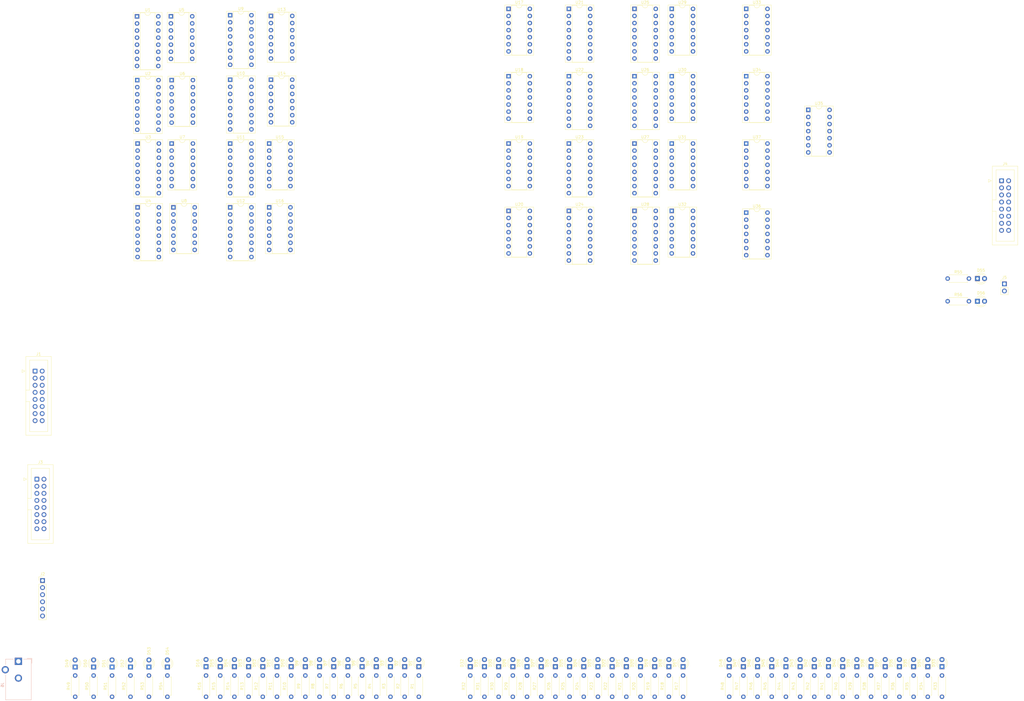
<source format=kicad_pcb>
(kicad_pcb (version 20171130) (host pcbnew "(5.1.6-0)")
  (layers (0 F.Cu signal) (31 B.Cu signal) (34 B.Paste user) (35 F.Paste user) (36 B.SilkS user) (37 F.SilkS user) (38 B.Mask user) (39 F.Mask user) (44 Edge.Cuts user))
  (net 0 "")
  (net 1 "Net-(D1-Pad1)")
  (net 2 X_0)
  (net 3 X_1)
  (net 4 "Net-(D2-Pad1)")
  (net 5 "Net-(D3-Pad1)")
  (net 6 X_2)
  (net 7 X_3)
  (net 8 "Net-(D4-Pad1)")
  (net 9 "Net-(D5-Pad1)")
  (net 10 X_4)
  (net 11 X_5)
  (net 12 "Net-(D6-Pad1)")
  (net 13 "Net-(D7-Pad1)")
  (net 14 X_6)
  (net 15 X_7)
  (net 16 "Net-(D8-Pad1)")
  (net 17 "Net-(D9-Pad1)")
  (net 18 X_8)
  (net 19 X_9)
  (net 20 "Net-(D10-Pad1)")
  (net 21 "Net-(D11-Pad1)")
  (net 22 X_10)
  (net 23 X_11)
  (net 24 "Net-(D12-Pad1)")
  (net 25 "Net-(D13-Pad1)")
  (net 26 X_12)
  (net 27 X_13)
  (net 28 "Net-(D14-Pad1)")
  (net 29 "Net-(D15-Pad1)")
  (net 30 X_14)
  (net 31 X_15)
  (net 32 "Net-(D16-Pad1)")
  (net 33 "Net-(D17-Pad1)")
  (net 34 Y_0)
  (net 35 Y_1)
  (net 36 "Net-(D18-Pad1)")
  (net 37 "Net-(D19-Pad1)")
  (net 38 Y_2)
  (net 39 Y_3)
  (net 40 "Net-(D20-Pad1)")
  (net 41 "Net-(D21-Pad1)")
  (net 42 Y_4)
  (net 43 Y_5)
  (net 44 "Net-(D22-Pad1)")
  (net 45 "Net-(D23-Pad1)")
  (net 46 Y_6)
  (net 47 Y_7)
  (net 48 "Net-(D24-Pad1)")
  (net 49 "Net-(D25-Pad1)")
  (net 50 Y_8)
  (net 51 Y_9)
  (net 52 "Net-(D26-Pad1)")
  (net 53 "Net-(D27-Pad1)")
  (net 54 Y_10)
  (net 55 Y_11)
  (net 56 "Net-(D28-Pad1)")
  (net 57 "Net-(D29-Pad1)")
  (net 58 Y_12)
  (net 59 Y_13)
  (net 60 "Net-(D30-Pad1)")
  (net 61 "Net-(D31-Pad1)")
  (net 62 Y_14)
  (net 63 Y_15)
  (net 64 "Net-(D32-Pad1)")
  (net 65 OUT_0)
  (net 66 "Net-(D33-Pad1)")
  (net 67 OUT_1)
  (net 68 "Net-(D34-Pad1)")
  (net 69 OUT_2)
  (net 70 "Net-(D35-Pad1)")
  (net 71 OUT_3)
  (net 72 "Net-(D36-Pad1)")
  (net 73 OUT_4)
  (net 74 "Net-(D37-Pad1)")
  (net 75 OUT_5)
  (net 76 "Net-(D38-Pad1)")
  (net 77 OUT_6)
  (net 78 "Net-(D39-Pad1)")
  (net 79 OUT_7)
  (net 80 "Net-(D40-Pad1)")
  (net 81 OUT_8)
  (net 82 "Net-(D41-Pad1)")
  (net 83 OUT_9)
  (net 84 "Net-(D42-Pad1)")
  (net 85 OUT_10)
  (net 86 "Net-(D43-Pad1)")
  (net 87 OUT_11)
  (net 88 "Net-(D44-Pad1)")
  (net 89 "Net-(D45-Pad1)")
  (net 90 OUT_12)
  (net 91 "Net-(D46-Pad1)")
  (net 92 OUT_13)
  (net 93 "Net-(D47-Pad1)")
  (net 94 OUT_14)
  (net 95 "Net-(D48-Pad1)")
  (net 96 NG)
  (net 97 "Net-(D49-Pad1)")
  (net 98 ZX)
  (net 99 "Net-(D50-Pad1)")
  (net 100 NX)
  (net 101 "Net-(D51-Pad1)")
  (net 102 ZY)
  (net 103 "Net-(D52-Pad1)")
  (net 104 NY)
  (net 105 "Net-(D53-Pad1)")
  (net 106 F)
  (net 107 "Net-(D54-Pad1)")
  (net 108 NO)
  (net 109 "Net-(D55-Pad1)")
  (net 110 ZR)
  (net 111 "Net-(D56-Pad1)")
  (net 112 +5V)
  (net 113 GND)
  (net 114 "Net-(U1-Pad7)")
  (net 115 "Net-(U1-Pad12)")
  (net 116 "Net-(U1-Pad4)")
  (net 117 "Net-(U1-Pad9)")
  (net 118 "Net-(U2-Pad7)")
  (net 119 "Net-(U2-Pad12)")
  (net 120 "Net-(U2-Pad4)")
  (net 121 "Net-(U2-Pad9)")
  (net 122 "Net-(U3-Pad7)")
  (net 123 "Net-(U3-Pad12)")
  (net 124 "Net-(U3-Pad4)")
  (net 125 "Net-(U3-Pad9)")
  (net 126 "Net-(U4-Pad9)")
  (net 127 "Net-(U4-Pad4)")
  (net 128 "Net-(U4-Pad12)")
  (net 129 "Net-(U4-Pad7)")
  (net 130 MUX_1_OUT_1)
  (net 131 MUX_1_OUT_3)
  (net 132 MUX_1_OUT_0)
  (net 133 MUX_1_OUT_2)
  (net 134 MUX_1_OUT_6)
  (net 135 MUX_1_OUT_4)
  (net 136 MUX_1_OUT_7)
  (net 137 MUX_1_OUT_5)
  (net 138 MUX_1_OUT_10)
  (net 139 MUX_1_OUT_8)
  (net 140 MUX_1_OUT_11)
  (net 141 MUX_1_OUT_9)
  (net 142 MUX_1_OUT_14)
  (net 143 MUX_1_OUT_12)
  (net 144 MUX_1_OUT_15)
  (net 145 MUX_1_OUT_13)
  (net 146 "Net-(U13-Pad9)")
  (net 147 "Net-(U13-Pad1)")
  (net 148 "Net-(U13-Pad12)")
  (net 149 "Net-(U13-Pad4)")
  (net 150 "Net-(U10-Pad9)")
  (net 151 "Net-(U10-Pad4)")
  (net 152 "Net-(U10-Pad12)")
  (net 153 "Net-(U10-Pad7)")
  (net 154 "Net-(U11-Pad9)")
  (net 155 "Net-(U11-Pad4)")
  (net 156 "Net-(U11-Pad12)")
  (net 157 "Net-(U11-Pad7)")
  (net 158 "Net-(U12-Pad9)")
  (net 159 "Net-(U12-Pad4)")
  (net 160 "Net-(U12-Pad12)")
  (net 161 "Net-(U12-Pad7)")
  (net 162 MUX_2_OUT_2)
  (net 163 MUX_2_OUT_0)
  (net 164 MUX_2_OUT_3)
  (net 165 MUX_2_OUT_1)
  (net 166 MUX_2_OUT_6)
  (net 167 MUX_2_OUT_4)
  (net 168 MUX_2_OUT_7)
  (net 169 MUX_2_OUT_5)
  (net 170 MUX_2_OUT_9)
  (net 171 MUX_2_OUT_11)
  (net 172 MUX_2_OUT_8)
  (net 173 MUX_2_OUT_10)
  (net 174 MUX_2_OUT_14)
  (net 175 MUX_2_OUT_12)
  (net 176 MUX_2_OUT_15)
  (net 177 MUX_2_OUT_13)
  (net 178 AND_OUT_2)
  (net 179 AND_OUT_0)
  (net 180 AND_OUT_3)
  (net 181 AND_OUT_1)
  (net 182 AND_OUT_5)
  (net 183 AND_OUT_7)
  (net 184 AND_OUT_4)
  (net 185 AND_OUT_6)
  (net 186 AND_OUT_10)
  (net 187 AND_OUT_8)
  (net 188 AND_OUT_11)
  (net 189 AND_OUT_9)
  (net 190 AND_OUT_13)
  (net 191 AND_OUT_15)
  (net 192 AND_OUT_12)
  (net 193 AND_OUT_14)
  (net 194 ADD_OUT_3)
  (net 195 "Net-(U21-Pad14)")
  (net 196 ADD_OUT_1)
  (net 197 ADD_OUT_2)
  (net 198 ADD_OUT_0)
  (net 199 ADD_OUT_7)
  (net 200 "Net-(U22-Pad14)")
  (net 201 ADD_OUT_5)
  (net 202 ADD_OUT_6)
  (net 203 ADD_OUT_4)
  (net 204 ADD_OUT_8)
  (net 205 ADD_OUT_10)
  (net 206 ADD_OUT_9)
  (net 207 "Net-(U23-Pad14)")
  (net 208 ADD_OUT_11)
  (net 209 ADD_OUT_15)
  (net 210 "Net-(U24-Pad14)")
  (net 211 ADD_OUT_13)
  (net 212 ADD_OUT_14)
  (net 213 ADD_OUT_12)
  (net 214 "Net-(U25-Pad9)")
  (net 215 "Net-(U25-Pad4)")
  (net 216 "Net-(U25-Pad12)")
  (net 217 "Net-(U25-Pad7)")
  (net 218 "Net-(U26-Pad7)")
  (net 219 "Net-(U26-Pad12)")
  (net 220 "Net-(U26-Pad4)")
  (net 221 "Net-(U26-Pad9)")
  (net 222 "Net-(U27-Pad9)")
  (net 223 "Net-(U27-Pad4)")
  (net 224 "Net-(U27-Pad12)")
  (net 225 "Net-(U27-Pad7)")
  (net 226 "Net-(U28-Pad7)")
  (net 227 "Net-(U28-Pad12)")
  (net 228 "Net-(U28-Pad4)")
  (net 229 "Net-(U28-Pad9)")
  (net 230 "Net-(U33-Pad8)")
  (net 231 "Net-(U33-Pad3)")
  (net 232 "Net-(U33-Pad11)")
  (net 233 "Net-(U33-Pad6)")
  (net 234 "Net-(U34-Pad13)")
  (net 235 "Net-(U34-Pad10)")
  (net 236 "Net-(U34-Pad12)")
  (net 237 "Net-(U34-Pad11)")
  (net 238 "Net-(U34-Pad3)")
  (net 239 "Net-(U34-Pad8)")
  (net 240 "Net-(U35-Pad8)")
  (net 241 "Net-(U35-Pad9)")
  (net 242 "Net-(U35-Pad3)")
  (net 243 "Net-(U35-Pad10)")
  (net 244 "Net-(U35-Pad4)")
  (net 245 "Net-(U35-Pad11)")
  (net 246 "Net-(U35-Pad5)")
  (net 247 "Net-(U35-Pad12)")
  (net 248 "Net-(U35-Pad6)")
  (net 249 "Net-(U35-Pad13)")
  (net 250 "Net-(U36-Pad8)")
  (net 251 "Net-(U36-Pad3)")
  (net 252 "Net-(U36-Pad11)")
  (net 253 "Net-(U36-Pad6)")
  (net 254 "Net-(U37-Pad10)")
  (net 255 "Net-(U37-Pad3)")
  (module LED_THT:LED_D3.0mm (layer F.Cu) (at 136.779 52.197 90)
    (fp_text reference D1 (at 1.27 -2.96 90) (layer F.SilkS))
    (fp_text value RED)
    (pad 1 thru_hole rect (at 0 0 90) (size 1.8 1.8) (drill 0.9) (layers *.Cu *.Mask) (net 1 "Net-(D1-Pad1)"))
    (pad 2 thru_hole circle (at 2.54 0 90) (size 1.8 1.8) (drill 0.9) (layers *.Cu *.Mask) (net 2 X_0))
  )
  (module LED_THT:LED_D3.0mm (layer F.Cu) (at 131.699 52.197 90)
    (fp_text reference D2 (at 1.27 -2.96 90) (layer F.SilkS))
    (fp_text value RED)
    (pad 2 thru_hole circle (at 2.54 0 90) (size 1.8 1.8) (drill 0.9) (layers *.Cu *.Mask) (net 3 X_1))
    (pad 1 thru_hole rect (at 0 0 90) (size 1.8 1.8) (drill 0.9) (layers *.Cu *.Mask) (net 4 "Net-(D2-Pad1)"))
  )
  (module LED_THT:LED_D3.0mm (layer F.Cu) (at 126.619 52.197 90)
    (fp_text reference D3 (at 1.27 -2.96 90) (layer F.SilkS))
    (fp_text value RED)
    (pad 1 thru_hole rect (at 0 0 90) (size 1.8 1.8) (drill 0.9) (layers *.Cu *.Mask) (net 5 "Net-(D3-Pad1)"))
    (pad 2 thru_hole circle (at 2.54 0 90) (size 1.8 1.8) (drill 0.9) (layers *.Cu *.Mask) (net 6 X_2))
  )
  (module LED_THT:LED_D3.0mm (layer F.Cu) (at 121.539 52.197 90)
    (fp_text reference D4 (at 1.27 -2.96 90) (layer F.SilkS))
    (fp_text value RED)
    (pad 2 thru_hole circle (at 2.54 0 90) (size 1.8 1.8) (drill 0.9) (layers *.Cu *.Mask) (net 7 X_3))
    (pad 1 thru_hole rect (at 0 0 90) (size 1.8 1.8) (drill 0.9) (layers *.Cu *.Mask) (net 8 "Net-(D4-Pad1)"))
  )
  (module LED_THT:LED_D3.0mm (layer F.Cu) (at 116.459 52.197 90)
    (fp_text reference D5 (at 1.27 -2.96 90) (layer F.SilkS))
    (fp_text value RED)
    (pad 1 thru_hole rect (at 0 0 90) (size 1.8 1.8) (drill 0.9) (layers *.Cu *.Mask) (net 9 "Net-(D5-Pad1)"))
    (pad 2 thru_hole circle (at 2.54 0 90) (size 1.8 1.8) (drill 0.9) (layers *.Cu *.Mask) (net 10 X_4))
  )
  (module LED_THT:LED_D3.0mm (layer F.Cu) (at 111.379 52.197 90)
    (fp_text reference D6 (at 1.27 -2.96 90) (layer F.SilkS))
    (fp_text value RED)
    (pad 2 thru_hole circle (at 2.54 0 90) (size 1.8 1.8) (drill 0.9) (layers *.Cu *.Mask) (net 11 X_5))
    (pad 1 thru_hole rect (at 0 0 90) (size 1.8 1.8) (drill 0.9) (layers *.Cu *.Mask) (net 12 "Net-(D6-Pad1)"))
  )
  (module LED_THT:LED_D3.0mm (layer F.Cu) (at 106.299 52.197 90)
    (fp_text reference D7 (at 1.27 -2.96 90) (layer F.SilkS))
    (fp_text value RED)
    (pad 1 thru_hole rect (at 0 0 90) (size 1.8 1.8) (drill 0.9) (layers *.Cu *.Mask) (net 13 "Net-(D7-Pad1)"))
    (pad 2 thru_hole circle (at 2.54 0 90) (size 1.8 1.8) (drill 0.9) (layers *.Cu *.Mask) (net 14 X_6))
  )
  (module LED_THT:LED_D3.0mm (layer F.Cu) (at 101.219 52.197 90)
    (fp_text reference D8 (at 1.27 -2.96 90) (layer F.SilkS))
    (fp_text value RED)
    (pad 2 thru_hole circle (at 2.54 0 90) (size 1.8 1.8) (drill 0.9) (layers *.Cu *.Mask) (net 15 X_7))
    (pad 1 thru_hole rect (at 0 0 90) (size 1.8 1.8) (drill 0.9) (layers *.Cu *.Mask) (net 16 "Net-(D8-Pad1)"))
  )
  (module LED_THT:LED_D3.0mm (layer F.Cu) (at 96.139 52.197 90)
    (fp_text reference D9 (at 1.27 -2.96 90) (layer F.SilkS))
    (fp_text value RED)
    (pad 1 thru_hole rect (at 0 0 90) (size 1.8 1.8) (drill 0.9) (layers *.Cu *.Mask) (net 17 "Net-(D9-Pad1)"))
    (pad 2 thru_hole circle (at 2.54 0 90) (size 1.8 1.8) (drill 0.9) (layers *.Cu *.Mask) (net 18 X_8))
  )
  (module LED_THT:LED_D3.0mm (layer F.Cu) (at 91.059 52.197 90)
    (fp_text reference D10 (at 1.27 -2.96 90) (layer F.SilkS))
    (fp_text value RED)
    (pad 2 thru_hole circle (at 2.54 0 90) (size 1.8 1.8) (drill 0.9) (layers *.Cu *.Mask) (net 19 X_9))
    (pad 1 thru_hole rect (at 0 0 90) (size 1.8 1.8) (drill 0.9) (layers *.Cu *.Mask) (net 20 "Net-(D10-Pad1)"))
  )
  (module LED_THT:LED_D3.0mm (layer F.Cu) (at 85.979 52.197 90)
    (fp_text reference D11 (at 1.27 -2.96 90) (layer F.SilkS))
    (fp_text value RED)
    (pad 1 thru_hole rect (at 0 0 90) (size 1.8 1.8) (drill 0.9) (layers *.Cu *.Mask) (net 21 "Net-(D11-Pad1)"))
    (pad 2 thru_hole circle (at 2.54 0 90) (size 1.8 1.8) (drill 0.9) (layers *.Cu *.Mask) (net 22 X_10))
  )
  (module LED_THT:LED_D3.0mm (layer F.Cu) (at 80.899 52.197 90)
    (fp_text reference D12 (at 1.27 -2.96 90) (layer F.SilkS))
    (fp_text value RED)
    (pad 2 thru_hole circle (at 2.54 0 90) (size 1.8 1.8) (drill 0.9) (layers *.Cu *.Mask) (net 23 X_11))
    (pad 1 thru_hole rect (at 0 0 90) (size 1.8 1.8) (drill 0.9) (layers *.Cu *.Mask) (net 24 "Net-(D12-Pad1)"))
  )
  (module LED_THT:LED_D3.0mm (layer F.Cu) (at 75.819 52.197 90)
    (fp_text reference D13 (at 1.27 -2.96 90) (layer F.SilkS))
    (fp_text value RED)
    (pad 1 thru_hole rect (at 0 0 90) (size 1.8 1.8) (drill 0.9) (layers *.Cu *.Mask) (net 25 "Net-(D13-Pad1)"))
    (pad 2 thru_hole circle (at 2.54 0 90) (size 1.8 1.8) (drill 0.9) (layers *.Cu *.Mask) (net 26 X_12))
  )
  (module LED_THT:LED_D3.0mm (layer F.Cu) (at 70.739 52.197 90)
    (fp_text reference D14 (at 1.27 -2.96 90) (layer F.SilkS))
    (fp_text value RED)
    (pad 2 thru_hole circle (at 2.54 0 90) (size 1.8 1.8) (drill 0.9) (layers *.Cu *.Mask) (net 27 X_13))
    (pad 1 thru_hole rect (at 0 0 90) (size 1.8 1.8) (drill 0.9) (layers *.Cu *.Mask) (net 28 "Net-(D14-Pad1)"))
  )
  (module LED_THT:LED_D3.0mm (layer F.Cu) (at 65.659 52.197 90)
    (fp_text reference D15 (at 1.27 -2.96 90) (layer F.SilkS))
    (fp_text value RED)
    (pad 1 thru_hole rect (at 0 0 90) (size 1.8 1.8) (drill 0.9) (layers *.Cu *.Mask) (net 29 "Net-(D15-Pad1)"))
    (pad 2 thru_hole circle (at 2.54 0 90) (size 1.8 1.8) (drill 0.9) (layers *.Cu *.Mask) (net 30 X_14))
  )
  (module LED_THT:LED_D3.0mm (layer F.Cu) (at 60.579 52.197 90)
    (fp_text reference D16 (at 1.27 -2.96 90) (layer F.SilkS))
    (fp_text value RED)
    (pad 2 thru_hole circle (at 2.54 0 90) (size 1.8 1.8) (drill 0.9) (layers *.Cu *.Mask) (net 31 X_15))
    (pad 1 thru_hole rect (at 0 0 90) (size 1.8 1.8) (drill 0.9) (layers *.Cu *.Mask) (net 32 "Net-(D16-Pad1)"))
  )
  (module LED_THT:LED_D3.0mm (layer F.Cu) (at 231.394 52.197 90)
    (fp_text reference D17 (at 1.27 -2.96 90) (layer F.SilkS))
    (fp_text value RED)
    (pad 1 thru_hole rect (at 0 0 90) (size 1.8 1.8) (drill 0.9) (layers *.Cu *.Mask) (net 33 "Net-(D17-Pad1)"))
    (pad 2 thru_hole circle (at 2.54 0 90) (size 1.8 1.8) (drill 0.9) (layers *.Cu *.Mask) (net 34 Y_0))
  )
  (module LED_THT:LED_D3.0mm (layer F.Cu) (at 226.314 52.197 90)
    (fp_text reference D18 (at 1.27 -2.96 90) (layer F.SilkS))
    (fp_text value RED)
    (pad 2 thru_hole circle (at 2.54 0 90) (size 1.8 1.8) (drill 0.9) (layers *.Cu *.Mask) (net 35 Y_1))
    (pad 1 thru_hole rect (at 0 0 90) (size 1.8 1.8) (drill 0.9) (layers *.Cu *.Mask) (net 36 "Net-(D18-Pad1)"))
  )
  (module LED_THT:LED_D3.0mm (layer F.Cu) (at 221.234 52.197 90)
    (fp_text reference D19 (at 1.27 -2.96 90) (layer F.SilkS))
    (fp_text value RED)
    (pad 1 thru_hole rect (at 0 0 90) (size 1.8 1.8) (drill 0.9) (layers *.Cu *.Mask) (net 37 "Net-(D19-Pad1)"))
    (pad 2 thru_hole circle (at 2.54 0 90) (size 1.8 1.8) (drill 0.9) (layers *.Cu *.Mask) (net 38 Y_2))
  )
  (module LED_THT:LED_D3.0mm (layer F.Cu) (at 216.154 52.197 90)
    (fp_text reference D20 (at 1.27 -2.96 90) (layer F.SilkS))
    (fp_text value RED)
    (pad 2 thru_hole circle (at 2.54 0 90) (size 1.8 1.8) (drill 0.9) (layers *.Cu *.Mask) (net 39 Y_3))
    (pad 1 thru_hole rect (at 0 0 90) (size 1.8 1.8) (drill 0.9) (layers *.Cu *.Mask) (net 40 "Net-(D20-Pad1)"))
  )
  (module LED_THT:LED_D3.0mm (layer F.Cu) (at 211.074 52.197 90)
    (fp_text reference D21 (at 1.27 -2.96 90) (layer F.SilkS))
    (fp_text value RED)
    (pad 1 thru_hole rect (at 0 0 90) (size 1.8 1.8) (drill 0.9) (layers *.Cu *.Mask) (net 41 "Net-(D21-Pad1)"))
    (pad 2 thru_hole circle (at 2.54 0 90) (size 1.8 1.8) (drill 0.9) (layers *.Cu *.Mask) (net 42 Y_4))
  )
  (module LED_THT:LED_D3.0mm (layer F.Cu) (at 205.994 52.197 90)
    (fp_text reference D22 (at 1.27 -2.96 90) (layer F.SilkS))
    (fp_text value RED)
    (pad 2 thru_hole circle (at 2.54 0 90) (size 1.8 1.8) (drill 0.9) (layers *.Cu *.Mask) (net 43 Y_5))
    (pad 1 thru_hole rect (at 0 0 90) (size 1.8 1.8) (drill 0.9) (layers *.Cu *.Mask) (net 44 "Net-(D22-Pad1)"))
  )
  (module LED_THT:LED_D3.0mm (layer F.Cu) (at 200.914 52.197 90)
    (fp_text reference D23 (at 1.27 -2.96 90) (layer F.SilkS))
    (fp_text value RED)
    (pad 1 thru_hole rect (at 0 0 90) (size 1.8 1.8) (drill 0.9) (layers *.Cu *.Mask) (net 45 "Net-(D23-Pad1)"))
    (pad 2 thru_hole circle (at 2.54 0 90) (size 1.8 1.8) (drill 0.9) (layers *.Cu *.Mask) (net 46 Y_6))
  )
  (module LED_THT:LED_D3.0mm (layer F.Cu) (at 195.834 52.197 90)
    (fp_text reference D24 (at 1.27 -2.96 90) (layer F.SilkS))
    (fp_text value RED)
    (pad 2 thru_hole circle (at 2.54 0 90) (size 1.8 1.8) (drill 0.9) (layers *.Cu *.Mask) (net 47 Y_7))
    (pad 1 thru_hole rect (at 0 0 90) (size 1.8 1.8) (drill 0.9) (layers *.Cu *.Mask) (net 48 "Net-(D24-Pad1)"))
  )
  (module LED_THT:LED_D3.0mm (layer F.Cu) (at 190.754 52.197 90)
    (fp_text reference D25 (at 1.27 -2.96 90) (layer F.SilkS))
    (fp_text value RED)
    (pad 1 thru_hole rect (at 0 0 90) (size 1.8 1.8) (drill 0.9) (layers *.Cu *.Mask) (net 49 "Net-(D25-Pad1)"))
    (pad 2 thru_hole circle (at 2.54 0 90) (size 1.8 1.8) (drill 0.9) (layers *.Cu *.Mask) (net 50 Y_8))
  )
  (module LED_THT:LED_D3.0mm (layer F.Cu) (at 185.674 52.197 90)
    (fp_text reference D26 (at 1.27 -2.96 90) (layer F.SilkS))
    (fp_text value RED)
    (pad 2 thru_hole circle (at 2.54 0 90) (size 1.8 1.8) (drill 0.9) (layers *.Cu *.Mask) (net 51 Y_9))
    (pad 1 thru_hole rect (at 0 0 90) (size 1.8 1.8) (drill 0.9) (layers *.Cu *.Mask) (net 52 "Net-(D26-Pad1)"))
  )
  (module LED_THT:LED_D3.0mm (layer F.Cu) (at 180.594 52.197 90)
    (fp_text reference D27 (at 1.27 -2.96 90) (layer F.SilkS))
    (fp_text value RED)
    (pad 1 thru_hole rect (at 0 0 90) (size 1.8 1.8) (drill 0.9) (layers *.Cu *.Mask) (net 53 "Net-(D27-Pad1)"))
    (pad 2 thru_hole circle (at 2.54 0 90) (size 1.8 1.8) (drill 0.9) (layers *.Cu *.Mask) (net 54 Y_10))
  )
  (module LED_THT:LED_D3.0mm (layer F.Cu) (at 175.514 52.197 90)
    (fp_text reference D28 (at 1.27 -2.96 90) (layer F.SilkS))
    (fp_text value RED)
    (pad 2 thru_hole circle (at 2.54 0 90) (size 1.8 1.8) (drill 0.9) (layers *.Cu *.Mask) (net 55 Y_11))
    (pad 1 thru_hole rect (at 0 0 90) (size 1.8 1.8) (drill 0.9) (layers *.Cu *.Mask) (net 56 "Net-(D28-Pad1)"))
  )
  (module LED_THT:LED_D3.0mm (layer F.Cu) (at 170.434 52.197 90)
    (fp_text reference D29 (at 1.27 -2.96 90) (layer F.SilkS))
    (fp_text value RED)
    (pad 1 thru_hole rect (at 0 0 90) (size 1.8 1.8) (drill 0.9) (layers *.Cu *.Mask) (net 57 "Net-(D29-Pad1)"))
    (pad 2 thru_hole circle (at 2.54 0 90) (size 1.8 1.8) (drill 0.9) (layers *.Cu *.Mask) (net 58 Y_12))
  )
  (module LED_THT:LED_D3.0mm (layer F.Cu) (at 165.354 52.197 90)
    (fp_text reference D30 (at 1.27 -2.96 90) (layer F.SilkS))
    (fp_text value RED)
    (pad 2 thru_hole circle (at 2.54 0 90) (size 1.8 1.8) (drill 0.9) (layers *.Cu *.Mask) (net 59 Y_13))
    (pad 1 thru_hole rect (at 0 0 90) (size 1.8 1.8) (drill 0.9) (layers *.Cu *.Mask) (net 60 "Net-(D30-Pad1)"))
  )
  (module LED_THT:LED_D3.0mm (layer F.Cu) (at 160.274 52.197 90)
    (fp_text reference D31 (at 1.27 -2.96 90) (layer F.SilkS))
    (fp_text value RED)
    (pad 1 thru_hole rect (at 0 0 90) (size 1.8 1.8) (drill 0.9) (layers *.Cu *.Mask) (net 61 "Net-(D31-Pad1)"))
    (pad 2 thru_hole circle (at 2.54 0 90) (size 1.8 1.8) (drill 0.9) (layers *.Cu *.Mask) (net 62 Y_14))
  )
  (module LED_THT:LED_D3.0mm (layer F.Cu) (at 155.194 52.197 90)
    (fp_text reference D32 (at 1.27 -2.96 90) (layer F.SilkS))
    (fp_text value RED)
    (pad 2 thru_hole circle (at 2.54 0 90) (size 1.8 1.8) (drill 0.9) (layers *.Cu *.Mask) (net 63 Y_15))
    (pad 1 thru_hole rect (at 0 0 90) (size 1.8 1.8) (drill 0.9) (layers *.Cu *.Mask) (net 64 "Net-(D32-Pad1)"))
  )
  (module LED_THT:LED_D3.0mm (layer F.Cu) (at 324.104 52.197 90)
    (fp_text reference D33 (at 1.27 -2.96 90) (layer F.SilkS))
    (fp_text value RED)
    (pad 2 thru_hole circle (at 2.54 0 90) (size 1.8 1.8) (drill 0.9) (layers *.Cu *.Mask) (net 65 OUT_0))
    (pad 1 thru_hole rect (at 0 0 90) (size 1.8 1.8) (drill 0.9) (layers *.Cu *.Mask) (net 66 "Net-(D33-Pad1)"))
  )
  (module LED_THT:LED_D3.0mm (layer F.Cu) (at 319.024 52.197 90)
    (fp_text reference D34 (at 1.27 -2.96 90) (layer F.SilkS))
    (fp_text value RED)
    (pad 2 thru_hole circle (at 2.54 0 90) (size 1.8 1.8) (drill 0.9) (layers *.Cu *.Mask) (net 67 OUT_1))
    (pad 1 thru_hole rect (at 0 0 90) (size 1.8 1.8) (drill 0.9) (layers *.Cu *.Mask) (net 68 "Net-(D34-Pad1)"))
  )
  (module LED_THT:LED_D3.0mm (layer F.Cu) (at 313.944 52.197 90)
    (fp_text reference D35 (at 1.27 -2.96 90) (layer F.SilkS))
    (fp_text value RED)
    (pad 2 thru_hole circle (at 2.54 0 90) (size 1.8 1.8) (drill 0.9) (layers *.Cu *.Mask) (net 69 OUT_2))
    (pad 1 thru_hole rect (at 0 0 90) (size 1.8 1.8) (drill 0.9) (layers *.Cu *.Mask) (net 70 "Net-(D35-Pad1)"))
  )
  (module LED_THT:LED_D3.0mm (layer F.Cu) (at 308.864 52.197 90)
    (fp_text reference D36 (at 1.27 -2.96 90) (layer F.SilkS))
    (fp_text value RED)
    (pad 2 thru_hole circle (at 2.54 0 90) (size 1.8 1.8) (drill 0.9) (layers *.Cu *.Mask) (net 71 OUT_3))
    (pad 1 thru_hole rect (at 0 0 90) (size 1.8 1.8) (drill 0.9) (layers *.Cu *.Mask) (net 72 "Net-(D36-Pad1)"))
  )
  (module LED_THT:LED_D3.0mm (layer F.Cu) (at 303.784 52.197 90)
    (fp_text reference D37 (at 1.27 -2.96 90) (layer F.SilkS))
    (fp_text value RED)
    (pad 2 thru_hole circle (at 2.54 0 90) (size 1.8 1.8) (drill 0.9) (layers *.Cu *.Mask) (net 73 OUT_4))
    (pad 1 thru_hole rect (at 0 0 90) (size 1.8 1.8) (drill 0.9) (layers *.Cu *.Mask) (net 74 "Net-(D37-Pad1)"))
  )
  (module LED_THT:LED_D3.0mm (layer F.Cu) (at 298.704 52.197 90)
    (fp_text reference D38 (at 1.27 -2.96 90) (layer F.SilkS))
    (fp_text value RED)
    (pad 2 thru_hole circle (at 2.54 0 90) (size 1.8 1.8) (drill 0.9) (layers *.Cu *.Mask) (net 75 OUT_5))
    (pad 1 thru_hole rect (at 0 0 90) (size 1.8 1.8) (drill 0.9) (layers *.Cu *.Mask) (net 76 "Net-(D38-Pad1)"))
  )
  (module LED_THT:LED_D3.0mm (layer F.Cu) (at 293.624 52.197 90)
    (fp_text reference D39 (at 1.27 -2.96 90) (layer F.SilkS))
    (fp_text value RED)
    (pad 2 thru_hole circle (at 2.54 0 90) (size 1.8 1.8) (drill 0.9) (layers *.Cu *.Mask) (net 77 OUT_6))
    (pad 1 thru_hole rect (at 0 0 90) (size 1.8 1.8) (drill 0.9) (layers *.Cu *.Mask) (net 78 "Net-(D39-Pad1)"))
  )
  (module LED_THT:LED_D3.0mm (layer F.Cu) (at 288.544 52.197 90)
    (fp_text reference D40 (at 1.27 -2.96 90) (layer F.SilkS))
    (fp_text value RED)
    (pad 2 thru_hole circle (at 2.54 0 90) (size 1.8 1.8) (drill 0.9) (layers *.Cu *.Mask) (net 79 OUT_7))
    (pad 1 thru_hole rect (at 0 0 90) (size 1.8 1.8) (drill 0.9) (layers *.Cu *.Mask) (net 80 "Net-(D40-Pad1)"))
  )
  (module LED_THT:LED_D3.0mm (layer F.Cu) (at 283.464 52.197 90)
    (fp_text reference D41 (at 1.27 -2.96 90) (layer F.SilkS))
    (fp_text value RED)
    (pad 2 thru_hole circle (at 2.54 0 90) (size 1.8 1.8) (drill 0.9) (layers *.Cu *.Mask) (net 81 OUT_8))
    (pad 1 thru_hole rect (at 0 0 90) (size 1.8 1.8) (drill 0.9) (layers *.Cu *.Mask) (net 82 "Net-(D41-Pad1)"))
  )
  (module LED_THT:LED_D3.0mm (layer F.Cu) (at 278.384 52.197 90)
    (fp_text reference D42 (at 1.27 -2.96 90) (layer F.SilkS))
    (fp_text value RED)
    (pad 2 thru_hole circle (at 2.54 0 90) (size 1.8 1.8) (drill 0.9) (layers *.Cu *.Mask) (net 83 OUT_9))
    (pad 1 thru_hole rect (at 0 0 90) (size 1.8 1.8) (drill 0.9) (layers *.Cu *.Mask) (net 84 "Net-(D42-Pad1)"))
  )
  (module LED_THT:LED_D3.0mm (layer F.Cu) (at 273.304 52.197 90)
    (fp_text reference D43 (at 1.27 -2.96 90) (layer F.SilkS))
    (fp_text value RED)
    (pad 2 thru_hole circle (at 2.54 0 90) (size 1.8 1.8) (drill 0.9) (layers *.Cu *.Mask) (net 85 OUT_10))
    (pad 1 thru_hole rect (at 0 0 90) (size 1.8 1.8) (drill 0.9) (layers *.Cu *.Mask) (net 86 "Net-(D43-Pad1)"))
  )
  (module LED_THT:LED_D3.0mm (layer F.Cu) (at 268.224 52.197 90)
    (fp_text reference D44 (at 1.27 -2.96 90) (layer F.SilkS))
    (fp_text value RED)
    (pad 2 thru_hole circle (at 2.54 0 90) (size 1.8 1.8) (drill 0.9) (layers *.Cu *.Mask) (net 87 OUT_11))
    (pad 1 thru_hole rect (at 0 0 90) (size 1.8 1.8) (drill 0.9) (layers *.Cu *.Mask) (net 88 "Net-(D44-Pad1)"))
  )
  (module LED_THT:LED_D3.0mm (layer F.Cu) (at 263.144 52.197 90)
    (fp_text reference D45 (at 1.27 -2.96 90) (layer F.SilkS))
    (fp_text value RED)
    (pad 1 thru_hole rect (at 0 0 90) (size 1.8 1.8) (drill 0.9) (layers *.Cu *.Mask) (net 89 "Net-(D45-Pad1)"))
    (pad 2 thru_hole circle (at 2.54 0 90) (size 1.8 1.8) (drill 0.9) (layers *.Cu *.Mask) (net 90 OUT_12))
  )
  (module LED_THT:LED_D3.0mm (layer F.Cu) (at 258.064 52.197 90)
    (fp_text reference D46 (at 1.27 -2.96 90) (layer F.SilkS))
    (fp_text value RED)
    (pad 1 thru_hole rect (at 0 0 90) (size 1.8 1.8) (drill 0.9) (layers *.Cu *.Mask) (net 91 "Net-(D46-Pad1)"))
    (pad 2 thru_hole circle (at 2.54 0 90) (size 1.8 1.8) (drill 0.9) (layers *.Cu *.Mask) (net 92 OUT_13))
  )
  (module LED_THT:LED_D3.0mm (layer F.Cu) (at 252.984 52.197 90)
    (fp_text reference D47 (at 1.27 -2.96 90) (layer F.SilkS))
    (fp_text value RED)
    (pad 1 thru_hole rect (at 0 0 90) (size 1.8 1.8) (drill 0.9) (layers *.Cu *.Mask) (net 93 "Net-(D47-Pad1)"))
    (pad 2 thru_hole circle (at 2.54 0 90) (size 1.8 1.8) (drill 0.9) (layers *.Cu *.Mask) (net 94 OUT_14))
  )
  (module LED_THT:LED_D3.0mm (layer F.Cu) (at 247.904 52.197 90)
    (fp_text reference D48 (at 1.27 -2.96 90) (layer F.SilkS))
    (fp_text value RED)
    (pad 1 thru_hole rect (at 0 0 90) (size 1.8 1.8) (drill 0.9) (layers *.Cu *.Mask) (net 95 "Net-(D48-Pad1)"))
    (pad 2 thru_hole circle (at 2.54 0 90) (size 1.8 1.8) (drill 0.9) (layers *.Cu *.Mask) (net 96 NG))
  )
  (module LED_THT:LED_D3.0mm (layer F.Cu) (at 13.716 52.324 90)
    (fp_text reference D49 (at 1.27 -2.96 90) (layer F.SilkS))
    (fp_text value BLUE)
    (pad 1 thru_hole rect (at 0 0 90) (size 1.8 1.8) (drill 0.9) (layers *.Cu *.Mask) (net 97 "Net-(D49-Pad1)"))
    (pad 2 thru_hole circle (at 2.54 0 90) (size 1.8 1.8) (drill 0.9) (layers *.Cu *.Mask) (net 98 ZX))
  )
  (module LED_THT:LED_D3.0mm (layer F.Cu) (at 20.32 52.324 90)
    (fp_text reference D50 (at 1.27 -2.96 90) (layer F.SilkS))
    (fp_text value BLUE)
    (pad 1 thru_hole rect (at 0 0 90) (size 1.8 1.8) (drill 0.9) (layers *.Cu *.Mask) (net 99 "Net-(D50-Pad1)"))
    (pad 2 thru_hole circle (at 2.54 0 90) (size 1.8 1.8) (drill 0.9) (layers *.Cu *.Mask) (net 100 NX))
  )
  (module LED_THT:LED_D3.0mm (layer F.Cu) (at 26.924 52.324 90)
    (fp_text reference D51 (at 1.27 -2.96 90) (layer F.SilkS))
    (fp_text value BLUE)
    (pad 1 thru_hole rect (at 0 0 90) (size 1.8 1.8) (drill 0.9) (layers *.Cu *.Mask) (net 101 "Net-(D51-Pad1)"))
    (pad 2 thru_hole circle (at 2.54 0 90) (size 1.8 1.8) (drill 0.9) (layers *.Cu *.Mask) (net 102 ZY))
  )
  (module LED_THT:LED_D3.0mm (layer F.Cu) (at 33.528 52.324 90)
    (fp_text reference D52 (at 1.27 -2.96 90) (layer F.SilkS))
    (fp_text value BLUE)
    (pad 1 thru_hole rect (at 0 0 90) (size 1.8 1.8) (drill 0.9) (layers *.Cu *.Mask) (net 103 "Net-(D52-Pad1)"))
    (pad 2 thru_hole circle (at 2.54 0 90) (size 1.8 1.8) (drill 0.9) (layers *.Cu *.Mask) (net 104 NY))
  )
  (module LED_THT:LED_D3.0mm (layer F.Cu) (at 40.132 52.324 90)
    (fp_text reference D53 (at 5.715 0 90) (layer F.SilkS))
    (fp_text value BLUE hide)
    (pad 1 thru_hole rect (at 0 0 90) (size 1.8 1.8) (drill 0.9) (layers *.Cu *.Mask) (net 105 "Net-(D53-Pad1)"))
    (pad 2 thru_hole circle (at 2.54 0 90) (size 1.8 1.8) (drill 0.9) (layers *.Cu *.Mask) (net 106 F))
  )
  (module LED_THT:LED_D3.0mm (layer F.Cu) (at 46.736 52.324 90)
    (fp_text reference D54 (at 5.715 0 90) (layer F.SilkS))
    (fp_text value BLUE hide)
    (pad 1 thru_hole rect (at 0 0 90) (size 1.8 1.8) (drill 0.9) (layers *.Cu *.Mask) (net 107 "Net-(D54-Pad1)"))
    (pad 2 thru_hole circle (at 2.54 0 90) (size 1.8 1.8) (drill 0.9) (layers *.Cu *.Mask) (net 108 NO))
  )
  (module LED_THT:LED_D3.0mm (layer F.Cu) (at 336.804 -86.868)
    (fp_text reference D55 (at 1.27 -2.96) (layer F.SilkS))
    (fp_text value GREEN)
    (pad 1 thru_hole rect (at 0 0) (size 1.8 1.8) (drill 0.9) (layers *.Cu *.Mask) (net 109 "Net-(D55-Pad1)"))
    (pad 2 thru_hole circle (at 2.54 0) (size 1.8 1.8) (drill 0.9) (layers *.Cu *.Mask) (net 110 ZR))
  )
  (module LED_THT:LED_D3.0mm (layer F.Cu) (at 336.804 -78.74)
    (fp_text reference D56 (at 1.27 -2.96) (layer F.SilkS))
    (fp_text value GREEN)
    (pad 1 thru_hole rect (at 0 0) (size 1.8 1.8) (drill 0.9) (layers *.Cu *.Mask) (net 111 "Net-(D56-Pad1)"))
    (pad 2 thru_hole circle (at 2.54 0) (size 1.8 1.8) (drill 0.9) (layers *.Cu *.Mask) (net 96 NG))
  )
  (module Connector_IDC:IDC-Header_2x08_P2.54mm_Vertical (layer F.Cu) (at -0.635 -53.721)
    (fp_text reference J1 (at 1.27 -6.1) (layer F.SilkS))
    (fp_text value Conn_01x16_Male)
    (pad 1 thru_hole roundrect (at 0 0) (size 1.7 1.7) (drill 1) (layers *.Cu *.Mask) (roundrect_rratio 0.147059) (net 2 X_0))
    (pad 3 thru_hole circle (at 0 2.54) (size 1.7 1.7) (drill 1) (layers *.Cu *.Mask) (net 6 X_2))
    (pad 5 thru_hole circle (at 0 5.08) (size 1.7 1.7) (drill 1) (layers *.Cu *.Mask) (net 10 X_4))
    (pad 7 thru_hole circle (at 0 7.62) (size 1.7 1.7) (drill 1) (layers *.Cu *.Mask) (net 14 X_6))
    (pad 9 thru_hole circle (at 0 10.16) (size 1.7 1.7) (drill 1) (layers *.Cu *.Mask) (net 18 X_8))
    (pad 11 thru_hole circle (at 0 12.7) (size 1.7 1.7) (drill 1) (layers *.Cu *.Mask) (net 22 X_10))
    (pad 13 thru_hole circle (at 0 15.24) (size 1.7 1.7) (drill 1) (layers *.Cu *.Mask) (net 26 X_12))
    (pad 15 thru_hole circle (at 0 17.78) (size 1.7 1.7) (drill 1) (layers *.Cu *.Mask) (net 30 X_14))
    (pad 2 thru_hole circle (at 2.54 0) (size 1.7 1.7) (drill 1) (layers *.Cu *.Mask) (net 3 X_1))
    (pad 4 thru_hole circle (at 2.54 2.54) (size 1.7 1.7) (drill 1) (layers *.Cu *.Mask) (net 7 X_3))
    (pad 6 thru_hole circle (at 2.54 5.08) (size 1.7 1.7) (drill 1) (layers *.Cu *.Mask) (net 11 X_5))
    (pad 8 thru_hole circle (at 2.54 7.62) (size 1.7 1.7) (drill 1) (layers *.Cu *.Mask) (net 15 X_7))
    (pad 10 thru_hole circle (at 2.54 10.16) (size 1.7 1.7) (drill 1) (layers *.Cu *.Mask) (net 19 X_9))
    (pad 12 thru_hole circle (at 2.54 12.7) (size 1.7 1.7) (drill 1) (layers *.Cu *.Mask) (net 23 X_11))
    (pad 14 thru_hole circle (at 2.54 15.24) (size 1.7 1.7) (drill 1) (layers *.Cu *.Mask) (net 27 X_13))
    (pad 16 thru_hole circle (at 2.54 17.78) (size 1.7 1.7) (drill 1) (layers *.Cu *.Mask) (net 31 X_15))
  )
  (module Connector_PinHeader_2.54mm:PinHeader_1x06_P2.54mm_Vertical (layer F.Cu) (at 2.032 21.336)
    (fp_text reference J2 (at 0 -2.33) (layer F.SilkS))
    (fp_text value Conn_01x06_Male)
    (pad 1 thru_hole rect (at 0 0) (size 1.7 1.7) (drill 1) (layers *.Cu *.Mask) (net 98 ZX))
    (pad 2 thru_hole oval (at 0 2.54) (size 1.7 1.7) (drill 1) (layers *.Cu *.Mask) (net 100 NX))
    (pad 3 thru_hole oval (at 0 5.08) (size 1.7 1.7) (drill 1) (layers *.Cu *.Mask) (net 102 ZY))
    (pad 4 thru_hole oval (at 0 7.62) (size 1.7 1.7) (drill 1) (layers *.Cu *.Mask) (net 104 NY))
    (pad 5 thru_hole oval (at 0 10.16) (size 1.7 1.7) (drill 1) (layers *.Cu *.Mask) (net 106 F))
    (pad 6 thru_hole oval (at 0 12.7) (size 1.7 1.7) (drill 1) (layers *.Cu *.Mask) (net 108 NO))
  )
  (module Connector_IDC:IDC-Header_2x08_P2.54mm_Vertical (layer F.Cu) (at 0 -14.986)
    (fp_text reference J3 (at 1.27 -6.1) (layer F.SilkS))
    (fp_text value Conn_01x16_Male)
    (pad 1 thru_hole roundrect (at 0 0) (size 1.7 1.7) (drill 1) (layers *.Cu *.Mask) (roundrect_rratio 0.147059) (net 34 Y_0))
    (pad 3 thru_hole circle (at 0 2.54) (size 1.7 1.7) (drill 1) (layers *.Cu *.Mask) (net 38 Y_2))
    (pad 5 thru_hole circle (at 0 5.08) (size 1.7 1.7) (drill 1) (layers *.Cu *.Mask) (net 42 Y_4))
    (pad 7 thru_hole circle (at 0 7.62) (size 1.7 1.7) (drill 1) (layers *.Cu *.Mask) (net 46 Y_6))
    (pad 9 thru_hole circle (at 0 10.16) (size 1.7 1.7) (drill 1) (layers *.Cu *.Mask) (net 50 Y_8))
    (pad 11 thru_hole circle (at 0 12.7) (size 1.7 1.7) (drill 1) (layers *.Cu *.Mask) (net 54 Y_10))
    (pad 13 thru_hole circle (at 0 15.24) (size 1.7 1.7) (drill 1) (layers *.Cu *.Mask) (net 58 Y_12))
    (pad 15 thru_hole circle (at 0 17.78) (size 1.7 1.7) (drill 1) (layers *.Cu *.Mask) (net 62 Y_14))
    (pad 2 thru_hole circle (at 2.54 0) (size 1.7 1.7) (drill 1) (layers *.Cu *.Mask) (net 35 Y_1))
    (pad 4 thru_hole circle (at 2.54 2.54) (size 1.7 1.7) (drill 1) (layers *.Cu *.Mask) (net 39 Y_3))
    (pad 6 thru_hole circle (at 2.54 5.08) (size 1.7 1.7) (drill 1) (layers *.Cu *.Mask) (net 43 Y_5))
    (pad 8 thru_hole circle (at 2.54 7.62) (size 1.7 1.7) (drill 1) (layers *.Cu *.Mask) (net 47 Y_7))
    (pad 10 thru_hole circle (at 2.54 10.16) (size 1.7 1.7) (drill 1) (layers *.Cu *.Mask) (net 51 Y_9))
    (pad 12 thru_hole circle (at 2.54 12.7) (size 1.7 1.7) (drill 1) (layers *.Cu *.Mask) (net 55 Y_11))
    (pad 14 thru_hole circle (at 2.54 15.24) (size 1.7 1.7) (drill 1) (layers *.Cu *.Mask) (net 59 Y_13))
    (pad 16 thru_hole circle (at 2.54 17.78) (size 1.7 1.7) (drill 1) (layers *.Cu *.Mask) (net 63 Y_15))
  )
  (module Connector_IDC:IDC-Header_2x08_P2.54mm_Vertical (layer F.Cu) (at 345.44 -121.92)
    (fp_text reference J4 (at 1.27 -6.1) (layer F.SilkS))
    (fp_text value Conn_01x16_Male)
    (pad 16 thru_hole circle (at 2.54 17.78) (size 1.7 1.7) (drill 1) (layers *.Cu *.Mask) (net 96 NG))
    (pad 14 thru_hole circle (at 2.54 15.24) (size 1.7 1.7) (drill 1) (layers *.Cu *.Mask) (net 92 OUT_13))
    (pad 12 thru_hole circle (at 2.54 12.7) (size 1.7 1.7) (drill 1) (layers *.Cu *.Mask) (net 87 OUT_11))
    (pad 10 thru_hole circle (at 2.54 10.16) (size 1.7 1.7) (drill 1) (layers *.Cu *.Mask) (net 83 OUT_9))
    (pad 8 thru_hole circle (at 2.54 7.62) (size 1.7 1.7) (drill 1) (layers *.Cu *.Mask) (net 79 OUT_7))
    (pad 6 thru_hole circle (at 2.54 5.08) (size 1.7 1.7) (drill 1) (layers *.Cu *.Mask) (net 75 OUT_5))
    (pad 4 thru_hole circle (at 2.54 2.54) (size 1.7 1.7) (drill 1) (layers *.Cu *.Mask) (net 71 OUT_3))
    (pad 2 thru_hole circle (at 2.54 0) (size 1.7 1.7) (drill 1) (layers *.Cu *.Mask) (net 67 OUT_1))
    (pad 15 thru_hole circle (at 0 17.78) (size 1.7 1.7) (drill 1) (layers *.Cu *.Mask) (net 94 OUT_14))
    (pad 13 thru_hole circle (at 0 15.24) (size 1.7 1.7) (drill 1) (layers *.Cu *.Mask) (net 90 OUT_12))
    (pad 11 thru_hole circle (at 0 12.7) (size 1.7 1.7) (drill 1) (layers *.Cu *.Mask) (net 85 OUT_10))
    (pad 9 thru_hole circle (at 0 10.16) (size 1.7 1.7) (drill 1) (layers *.Cu *.Mask) (net 81 OUT_8))
    (pad 7 thru_hole circle (at 0 7.62) (size 1.7 1.7) (drill 1) (layers *.Cu *.Mask) (net 77 OUT_6))
    (pad 5 thru_hole circle (at 0 5.08) (size 1.7 1.7) (drill 1) (layers *.Cu *.Mask) (net 73 OUT_4))
    (pad 3 thru_hole circle (at 0 2.54) (size 1.7 1.7) (drill 1) (layers *.Cu *.Mask) (net 69 OUT_2))
    (pad 1 thru_hole roundrect (at 0 0) (size 1.7 1.7) (drill 1) (layers *.Cu *.Mask) (roundrect_rratio 0.147059) (net 65 OUT_0))
  )
  (module Connector_PinHeader_2.54mm:PinHeader_1x02_P2.54mm_Vertical (layer F.Cu) (at 346.456 -84.963)
    (fp_text reference J5 (at 0 -2.33) (layer F.SilkS))
    (fp_text value Conn_01x02_Male)
    (pad 1 thru_hole rect (at 0 0) (size 1.7 1.7) (drill 1) (layers *.Cu *.Mask) (net 110 ZR))
    (pad 2 thru_hole oval (at 0 2.54) (size 1.7 1.7) (drill 1) (layers *.Cu *.Mask) (net 96 NG))
  )
  (module Connector_BarrelJack:BarrelJack_CUI_PJ-102AH_Horizontal (layer B.Cu) (at -6.604 50.292 180)
    (fp_text reference J6 (at 5.75 -8.45 270) (layer B.SilkS) (effects (justify mirror)))
    (fp_text value Barrel_Jack)
    (pad 1 thru_hole rect (at 0 0 180) (size 2.6 2.6) (drill 1.6) (layers *.Cu *.Mask) (net 112 +5V))
    (pad 2 thru_hole circle (at 0 -6 180) (size 2.6 2.6) (drill 1.6) (layers *.Cu *.Mask) (net 113 GND))
    (pad 3 thru_hole circle (at 4.7 -3 180) (size 2.6 2.6) (drill 1.6) (layers *.Cu *.Mask))
  )
  (module Resistor_THT:R_Axial_DIN0207_L6.3mm_D2.5mm_P7.62mm_Horizontal (layer F.Cu) (at 136.779 62.992 90)
    (fp_text reference R1 (at 3.81 -2.37 90) (layer F.SilkS))
    (fp_text value 330)
    (pad 1 thru_hole circle (at 0 0 90) (size 1.6 1.6) (drill 0.8) (layers *.Cu *.Mask) (net 113 GND))
    (pad 2 thru_hole oval (at 7.62 0 90) (size 1.6 1.6) (drill 0.8) (layers *.Cu *.Mask) (net 1 "Net-(D1-Pad1)"))
  )
  (module Resistor_THT:R_Axial_DIN0207_L6.3mm_D2.5mm_P7.62mm_Horizontal (layer F.Cu) (at 131.699 62.992 90)
    (fp_text reference R2 (at 3.81 -2.37 90) (layer F.SilkS))
    (fp_text value 330)
    (pad 1 thru_hole circle (at 0 0 90) (size 1.6 1.6) (drill 0.8) (layers *.Cu *.Mask) (net 113 GND))
    (pad 2 thru_hole oval (at 7.62 0 90) (size 1.6 1.6) (drill 0.8) (layers *.Cu *.Mask) (net 4 "Net-(D2-Pad1)"))
  )
  (module Resistor_THT:R_Axial_DIN0207_L6.3mm_D2.5mm_P7.62mm_Horizontal (layer F.Cu) (at 126.619 62.992 90)
    (fp_text reference R3 (at 3.81 -2.37 90) (layer F.SilkS))
    (fp_text value 330)
    (pad 1 thru_hole circle (at 0 0 90) (size 1.6 1.6) (drill 0.8) (layers *.Cu *.Mask) (net 113 GND))
    (pad 2 thru_hole oval (at 7.62 0 90) (size 1.6 1.6) (drill 0.8) (layers *.Cu *.Mask) (net 5 "Net-(D3-Pad1)"))
  )
  (module Resistor_THT:R_Axial_DIN0207_L6.3mm_D2.5mm_P7.62mm_Horizontal (layer F.Cu) (at 121.539 62.992 90)
    (fp_text reference R4 (at 3.81 -2.37 90) (layer F.SilkS))
    (fp_text value 330)
    (pad 1 thru_hole circle (at 0 0 90) (size 1.6 1.6) (drill 0.8) (layers *.Cu *.Mask) (net 113 GND))
    (pad 2 thru_hole oval (at 7.62 0 90) (size 1.6 1.6) (drill 0.8) (layers *.Cu *.Mask) (net 8 "Net-(D4-Pad1)"))
  )
  (module Resistor_THT:R_Axial_DIN0207_L6.3mm_D2.5mm_P7.62mm_Horizontal (layer F.Cu) (at 116.459 62.992 90)
    (fp_text reference R5 (at 3.81 -2.37 90) (layer F.SilkS))
    (fp_text value 330)
    (pad 1 thru_hole circle (at 0 0 90) (size 1.6 1.6) (drill 0.8) (layers *.Cu *.Mask) (net 113 GND))
    (pad 2 thru_hole oval (at 7.62 0 90) (size 1.6 1.6) (drill 0.8) (layers *.Cu *.Mask) (net 9 "Net-(D5-Pad1)"))
  )
  (module Resistor_THT:R_Axial_DIN0207_L6.3mm_D2.5mm_P7.62mm_Horizontal (layer F.Cu) (at 111.379 62.992 90)
    (fp_text reference R6 (at 3.81 -2.37 90) (layer F.SilkS))
    (fp_text value 330)
    (pad 1 thru_hole circle (at 0 0 90) (size 1.6 1.6) (drill 0.8) (layers *.Cu *.Mask) (net 113 GND))
    (pad 2 thru_hole oval (at 7.62 0 90) (size 1.6 1.6) (drill 0.8) (layers *.Cu *.Mask) (net 12 "Net-(D6-Pad1)"))
  )
  (module Resistor_THT:R_Axial_DIN0207_L6.3mm_D2.5mm_P7.62mm_Horizontal (layer F.Cu) (at 106.299 62.992 90)
    (fp_text reference R7 (at 3.81 -2.37 90) (layer F.SilkS))
    (fp_text value 330)
    (pad 1 thru_hole circle (at 0 0 90) (size 1.6 1.6) (drill 0.8) (layers *.Cu *.Mask) (net 113 GND))
    (pad 2 thru_hole oval (at 7.62 0 90) (size 1.6 1.6) (drill 0.8) (layers *.Cu *.Mask) (net 13 "Net-(D7-Pad1)"))
  )
  (module Resistor_THT:R_Axial_DIN0207_L6.3mm_D2.5mm_P7.62mm_Horizontal (layer F.Cu) (at 101.219 62.992 90)
    (fp_text reference R8 (at 3.81 -2.37 90) (layer F.SilkS))
    (fp_text value 330)
    (pad 1 thru_hole circle (at 0 0 90) (size 1.6 1.6) (drill 0.8) (layers *.Cu *.Mask) (net 113 GND))
    (pad 2 thru_hole oval (at 7.62 0 90) (size 1.6 1.6) (drill 0.8) (layers *.Cu *.Mask) (net 16 "Net-(D8-Pad1)"))
  )
  (module Resistor_THT:R_Axial_DIN0207_L6.3mm_D2.5mm_P7.62mm_Horizontal (layer F.Cu) (at 96.139 62.992 90)
    (fp_text reference R9 (at 3.81 -2.37 90) (layer F.SilkS))
    (fp_text value 330)
    (pad 1 thru_hole circle (at 0 0 90) (size 1.6 1.6) (drill 0.8) (layers *.Cu *.Mask) (net 113 GND))
    (pad 2 thru_hole oval (at 7.62 0 90) (size 1.6 1.6) (drill 0.8) (layers *.Cu *.Mask) (net 17 "Net-(D9-Pad1)"))
  )
  (module Resistor_THT:R_Axial_DIN0207_L6.3mm_D2.5mm_P7.62mm_Horizontal (layer F.Cu) (at 91.059 62.992 90)
    (fp_text reference R10 (at 3.81 -2.37 90) (layer F.SilkS))
    (fp_text value 330)
    (pad 1 thru_hole circle (at 0 0 90) (size 1.6 1.6) (drill 0.8) (layers *.Cu *.Mask) (net 113 GND))
    (pad 2 thru_hole oval (at 7.62 0 90) (size 1.6 1.6) (drill 0.8) (layers *.Cu *.Mask) (net 20 "Net-(D10-Pad1)"))
  )
  (module Resistor_THT:R_Axial_DIN0207_L6.3mm_D2.5mm_P7.62mm_Horizontal (layer F.Cu) (at 85.979 62.992 90)
    (fp_text reference R11 (at 3.81 -2.37 90) (layer F.SilkS))
    (fp_text value 330)
    (pad 1 thru_hole circle (at 0 0 90) (size 1.6 1.6) (drill 0.8) (layers *.Cu *.Mask) (net 113 GND))
    (pad 2 thru_hole oval (at 7.62 0 90) (size 1.6 1.6) (drill 0.8) (layers *.Cu *.Mask) (net 21 "Net-(D11-Pad1)"))
  )
  (module Resistor_THT:R_Axial_DIN0207_L6.3mm_D2.5mm_P7.62mm_Horizontal (layer F.Cu) (at 80.899 62.992 90)
    (fp_text reference R12 (at 3.81 -2.37 90) (layer F.SilkS))
    (fp_text value 330)
    (pad 1 thru_hole circle (at 0 0 90) (size 1.6 1.6) (drill 0.8) (layers *.Cu *.Mask) (net 113 GND))
    (pad 2 thru_hole oval (at 7.62 0 90) (size 1.6 1.6) (drill 0.8) (layers *.Cu *.Mask) (net 24 "Net-(D12-Pad1)"))
  )
  (module Resistor_THT:R_Axial_DIN0207_L6.3mm_D2.5mm_P7.62mm_Horizontal (layer F.Cu) (at 75.819 62.992 90)
    (fp_text reference R13 (at 3.81 -2.37 90) (layer F.SilkS))
    (fp_text value 330)
    (pad 1 thru_hole circle (at 0 0 90) (size 1.6 1.6) (drill 0.8) (layers *.Cu *.Mask) (net 113 GND))
    (pad 2 thru_hole oval (at 7.62 0 90) (size 1.6 1.6) (drill 0.8) (layers *.Cu *.Mask) (net 25 "Net-(D13-Pad1)"))
  )
  (module Resistor_THT:R_Axial_DIN0207_L6.3mm_D2.5mm_P7.62mm_Horizontal (layer F.Cu) (at 70.739 62.992 90)
    (fp_text reference R14 (at 3.81 -2.37 90) (layer F.SilkS))
    (fp_text value 330)
    (pad 1 thru_hole circle (at 0 0 90) (size 1.6 1.6) (drill 0.8) (layers *.Cu *.Mask) (net 113 GND))
    (pad 2 thru_hole oval (at 7.62 0 90) (size 1.6 1.6) (drill 0.8) (layers *.Cu *.Mask) (net 28 "Net-(D14-Pad1)"))
  )
  (module Resistor_THT:R_Axial_DIN0207_L6.3mm_D2.5mm_P7.62mm_Horizontal (layer F.Cu) (at 65.659 62.992 90)
    (fp_text reference R15 (at 3.81 -2.37 90) (layer F.SilkS))
    (fp_text value 330)
    (pad 1 thru_hole circle (at 0 0 90) (size 1.6 1.6) (drill 0.8) (layers *.Cu *.Mask) (net 113 GND))
    (pad 2 thru_hole oval (at 7.62 0 90) (size 1.6 1.6) (drill 0.8) (layers *.Cu *.Mask) (net 29 "Net-(D15-Pad1)"))
  )
  (module Resistor_THT:R_Axial_DIN0207_L6.3mm_D2.5mm_P7.62mm_Horizontal (layer F.Cu) (at 60.579 62.992 90)
    (fp_text reference R16 (at 3.81 -2.37 90) (layer F.SilkS))
    (fp_text value 330)
    (pad 1 thru_hole circle (at 0 0 90) (size 1.6 1.6) (drill 0.8) (layers *.Cu *.Mask) (net 113 GND))
    (pad 2 thru_hole oval (at 7.62 0 90) (size 1.6 1.6) (drill 0.8) (layers *.Cu *.Mask) (net 32 "Net-(D16-Pad1)"))
  )
  (module Resistor_THT:R_Axial_DIN0207_L6.3mm_D2.5mm_P7.62mm_Horizontal (layer F.Cu) (at 231.394 62.992 90)
    (fp_text reference R17 (at 3.81 -2.37 90) (layer F.SilkS))
    (fp_text value 330)
    (pad 1 thru_hole circle (at 0 0 90) (size 1.6 1.6) (drill 0.8) (layers *.Cu *.Mask) (net 113 GND))
    (pad 2 thru_hole oval (at 7.62 0 90) (size 1.6 1.6) (drill 0.8) (layers *.Cu *.Mask) (net 33 "Net-(D17-Pad1)"))
  )
  (module Resistor_THT:R_Axial_DIN0207_L6.3mm_D2.5mm_P7.62mm_Horizontal (layer F.Cu) (at 226.314 62.992 90)
    (fp_text reference R18 (at 3.81 -2.37 90) (layer F.SilkS))
    (fp_text value 330)
    (pad 1 thru_hole circle (at 0 0 90) (size 1.6 1.6) (drill 0.8) (layers *.Cu *.Mask) (net 113 GND))
    (pad 2 thru_hole oval (at 7.62 0 90) (size 1.6 1.6) (drill 0.8) (layers *.Cu *.Mask) (net 36 "Net-(D18-Pad1)"))
  )
  (module Resistor_THT:R_Axial_DIN0207_L6.3mm_D2.5mm_P7.62mm_Horizontal (layer F.Cu) (at 221.234 62.992 90)
    (fp_text reference R19 (at 3.81 -2.37 90) (layer F.SilkS))
    (fp_text value 330)
    (pad 1 thru_hole circle (at 0 0 90) (size 1.6 1.6) (drill 0.8) (layers *.Cu *.Mask) (net 113 GND))
    (pad 2 thru_hole oval (at 7.62 0 90) (size 1.6 1.6) (drill 0.8) (layers *.Cu *.Mask) (net 37 "Net-(D19-Pad1)"))
  )
  (module Resistor_THT:R_Axial_DIN0207_L6.3mm_D2.5mm_P7.62mm_Horizontal (layer F.Cu) (at 216.154 62.992 90)
    (fp_text reference R20 (at 3.81 -2.37 90) (layer F.SilkS))
    (fp_text value 330)
    (pad 1 thru_hole circle (at 0 0 90) (size 1.6 1.6) (drill 0.8) (layers *.Cu *.Mask) (net 113 GND))
    (pad 2 thru_hole oval (at 7.62 0 90) (size 1.6 1.6) (drill 0.8) (layers *.Cu *.Mask) (net 40 "Net-(D20-Pad1)"))
  )
  (module Resistor_THT:R_Axial_DIN0207_L6.3mm_D2.5mm_P7.62mm_Horizontal (layer F.Cu) (at 211.074 62.992 90)
    (fp_text reference R21 (at 3.81 -2.37 90) (layer F.SilkS))
    (fp_text value 330)
    (pad 1 thru_hole circle (at 0 0 90) (size 1.6 1.6) (drill 0.8) (layers *.Cu *.Mask) (net 113 GND))
    (pad 2 thru_hole oval (at 7.62 0 90) (size 1.6 1.6) (drill 0.8) (layers *.Cu *.Mask) (net 41 "Net-(D21-Pad1)"))
  )
  (module Resistor_THT:R_Axial_DIN0207_L6.3mm_D2.5mm_P7.62mm_Horizontal (layer F.Cu) (at 205.994 62.992 90)
    (fp_text reference R22 (at 3.81 -2.37 90) (layer F.SilkS))
    (fp_text value 330)
    (pad 1 thru_hole circle (at 0 0 90) (size 1.6 1.6) (drill 0.8) (layers *.Cu *.Mask) (net 113 GND))
    (pad 2 thru_hole oval (at 7.62 0 90) (size 1.6 1.6) (drill 0.8) (layers *.Cu *.Mask) (net 44 "Net-(D22-Pad1)"))
  )
  (module Resistor_THT:R_Axial_DIN0207_L6.3mm_D2.5mm_P7.62mm_Horizontal (layer F.Cu) (at 200.914 62.992 90)
    (fp_text reference R23 (at 3.81 -2.37 90) (layer F.SilkS))
    (fp_text value 330)
    (pad 1 thru_hole circle (at 0 0 90) (size 1.6 1.6) (drill 0.8) (layers *.Cu *.Mask) (net 113 GND))
    (pad 2 thru_hole oval (at 7.62 0 90) (size 1.6 1.6) (drill 0.8) (layers *.Cu *.Mask) (net 45 "Net-(D23-Pad1)"))
  )
  (module Resistor_THT:R_Axial_DIN0207_L6.3mm_D2.5mm_P7.62mm_Horizontal (layer F.Cu) (at 195.834 62.992 90)
    (fp_text reference R24 (at 3.81 -2.37 90) (layer F.SilkS))
    (fp_text value 330)
    (pad 1 thru_hole circle (at 0 0 90) (size 1.6 1.6) (drill 0.8) (layers *.Cu *.Mask) (net 113 GND))
    (pad 2 thru_hole oval (at 7.62 0 90) (size 1.6 1.6) (drill 0.8) (layers *.Cu *.Mask) (net 48 "Net-(D24-Pad1)"))
  )
  (module Resistor_THT:R_Axial_DIN0207_L6.3mm_D2.5mm_P7.62mm_Horizontal (layer F.Cu) (at 190.754 62.992 90)
    (fp_text reference R25 (at 3.81 -2.37 90) (layer F.SilkS))
    (fp_text value 330)
    (pad 1 thru_hole circle (at 0 0 90) (size 1.6 1.6) (drill 0.8) (layers *.Cu *.Mask) (net 113 GND))
    (pad 2 thru_hole oval (at 7.62 0 90) (size 1.6 1.6) (drill 0.8) (layers *.Cu *.Mask) (net 49 "Net-(D25-Pad1)"))
  )
  (module Resistor_THT:R_Axial_DIN0207_L6.3mm_D2.5mm_P7.62mm_Horizontal (layer F.Cu) (at 185.674 62.992 90)
    (fp_text reference R26 (at 3.81 -2.37 90) (layer F.SilkS))
    (fp_text value 330)
    (pad 2 thru_hole oval (at 7.62 0 90) (size 1.6 1.6) (drill 0.8) (layers *.Cu *.Mask) (net 52 "Net-(D26-Pad1)"))
    (pad 1 thru_hole circle (at 0 0 90) (size 1.6 1.6) (drill 0.8) (layers *.Cu *.Mask) (net 113 GND))
  )
  (module Resistor_THT:R_Axial_DIN0207_L6.3mm_D2.5mm_P7.62mm_Horizontal (layer F.Cu) (at 180.594 62.992 90)
    (fp_text reference R27 (at 3.81 -2.37 90) (layer F.SilkS))
    (fp_text value 330)
    (pad 2 thru_hole oval (at 7.62 0 90) (size 1.6 1.6) (drill 0.8) (layers *.Cu *.Mask) (net 53 "Net-(D27-Pad1)"))
    (pad 1 thru_hole circle (at 0 0 90) (size 1.6 1.6) (drill 0.8) (layers *.Cu *.Mask) (net 113 GND))
  )
  (module Resistor_THT:R_Axial_DIN0207_L6.3mm_D2.5mm_P7.62mm_Horizontal (layer F.Cu) (at 175.514 62.992 90)
    (fp_text reference R28 (at 3.81 -2.37 90) (layer F.SilkS))
    (fp_text value 330)
    (pad 2 thru_hole oval (at 7.62 0 90) (size 1.6 1.6) (drill 0.8) (layers *.Cu *.Mask) (net 56 "Net-(D28-Pad1)"))
    (pad 1 thru_hole circle (at 0 0 90) (size 1.6 1.6) (drill 0.8) (layers *.Cu *.Mask) (net 113 GND))
  )
  (module Resistor_THT:R_Axial_DIN0207_L6.3mm_D2.5mm_P7.62mm_Horizontal (layer F.Cu) (at 170.434 62.992 90)
    (fp_text reference R29 (at 3.81 -2.37 90) (layer F.SilkS))
    (fp_text value 330)
    (pad 2 thru_hole oval (at 7.62 0 90) (size 1.6 1.6) (drill 0.8) (layers *.Cu *.Mask) (net 57 "Net-(D29-Pad1)"))
    (pad 1 thru_hole circle (at 0 0 90) (size 1.6 1.6) (drill 0.8) (layers *.Cu *.Mask) (net 113 GND))
  )
  (module Resistor_THT:R_Axial_DIN0207_L6.3mm_D2.5mm_P7.62mm_Horizontal (layer F.Cu) (at 165.354 62.992 90)
    (fp_text reference R30 (at 3.81 -2.37 90) (layer F.SilkS))
    (fp_text value 330)
    (pad 2 thru_hole oval (at 7.62 0 90) (size 1.6 1.6) (drill 0.8) (layers *.Cu *.Mask) (net 60 "Net-(D30-Pad1)"))
    (pad 1 thru_hole circle (at 0 0 90) (size 1.6 1.6) (drill 0.8) (layers *.Cu *.Mask) (net 113 GND))
  )
  (module Resistor_THT:R_Axial_DIN0207_L6.3mm_D2.5mm_P7.62mm_Horizontal (layer F.Cu) (at 160.274 62.992 90)
    (fp_text reference R31 (at 3.81 -2.37 90) (layer F.SilkS))
    (fp_text value 330)
    (pad 2 thru_hole oval (at 7.62 0 90) (size 1.6 1.6) (drill 0.8) (layers *.Cu *.Mask) (net 61 "Net-(D31-Pad1)"))
    (pad 1 thru_hole circle (at 0 0 90) (size 1.6 1.6) (drill 0.8) (layers *.Cu *.Mask) (net 113 GND))
  )
  (module Resistor_THT:R_Axial_DIN0207_L6.3mm_D2.5mm_P7.62mm_Horizontal (layer F.Cu) (at 155.194 62.992 90)
    (fp_text reference R32 (at 3.81 -2.37 90) (layer F.SilkS))
    (fp_text value 330)
    (pad 2 thru_hole oval (at 7.62 0 90) (size 1.6 1.6) (drill 0.8) (layers *.Cu *.Mask) (net 64 "Net-(D32-Pad1)"))
    (pad 1 thru_hole circle (at 0 0 90) (size 1.6 1.6) (drill 0.8) (layers *.Cu *.Mask) (net 113 GND))
  )
  (module Resistor_THT:R_Axial_DIN0207_L6.3mm_D2.5mm_P7.62mm_Horizontal (layer F.Cu) (at 324.104 62.992 90)
    (fp_text reference R33 (at 3.81 -2.37 90) (layer F.SilkS))
    (fp_text value 330)
    (pad 2 thru_hole oval (at 7.62 0 90) (size 1.6 1.6) (drill 0.8) (layers *.Cu *.Mask) (net 66 "Net-(D33-Pad1)"))
    (pad 1 thru_hole circle (at 0 0 90) (size 1.6 1.6) (drill 0.8) (layers *.Cu *.Mask) (net 113 GND))
  )
  (module Resistor_THT:R_Axial_DIN0207_L6.3mm_D2.5mm_P7.62mm_Horizontal (layer F.Cu) (at 319.024 62.992 90)
    (fp_text reference R34 (at 3.81 -2.37 90) (layer F.SilkS))
    (fp_text value 330)
    (pad 2 thru_hole oval (at 7.62 0 90) (size 1.6 1.6) (drill 0.8) (layers *.Cu *.Mask) (net 68 "Net-(D34-Pad1)"))
    (pad 1 thru_hole circle (at 0 0 90) (size 1.6 1.6) (drill 0.8) (layers *.Cu *.Mask) (net 113 GND))
  )
  (module Resistor_THT:R_Axial_DIN0207_L6.3mm_D2.5mm_P7.62mm_Horizontal (layer F.Cu) (at 313.944 62.992 90)
    (fp_text reference R35 (at 3.81 -2.37 90) (layer F.SilkS))
    (fp_text value 330)
    (pad 2 thru_hole oval (at 7.62 0 90) (size 1.6 1.6) (drill 0.8) (layers *.Cu *.Mask) (net 70 "Net-(D35-Pad1)"))
    (pad 1 thru_hole circle (at 0 0 90) (size 1.6 1.6) (drill 0.8) (layers *.Cu *.Mask) (net 113 GND))
  )
  (module Resistor_THT:R_Axial_DIN0207_L6.3mm_D2.5mm_P7.62mm_Horizontal (layer F.Cu) (at 308.864 62.992 90)
    (fp_text reference R36 (at 3.81 -2.37 90) (layer F.SilkS))
    (fp_text value 330)
    (pad 2 thru_hole oval (at 7.62 0 90) (size 1.6 1.6) (drill 0.8) (layers *.Cu *.Mask) (net 72 "Net-(D36-Pad1)"))
    (pad 1 thru_hole circle (at 0 0 90) (size 1.6 1.6) (drill 0.8) (layers *.Cu *.Mask) (net 113 GND))
  )
  (module Resistor_THT:R_Axial_DIN0207_L6.3mm_D2.5mm_P7.62mm_Horizontal (layer F.Cu) (at 303.784 62.992 90)
    (fp_text reference R37 (at 3.81 -2.37 90) (layer F.SilkS))
    (fp_text value 330)
    (pad 2 thru_hole oval (at 7.62 0 90) (size 1.6 1.6) (drill 0.8) (layers *.Cu *.Mask) (net 74 "Net-(D37-Pad1)"))
    (pad 1 thru_hole circle (at 0 0 90) (size 1.6 1.6) (drill 0.8) (layers *.Cu *.Mask) (net 113 GND))
  )
  (module Resistor_THT:R_Axial_DIN0207_L6.3mm_D2.5mm_P7.62mm_Horizontal (layer F.Cu) (at 298.704 62.992 90)
    (fp_text reference R38 (at 3.81 -2.37 90) (layer F.SilkS))
    (fp_text value 330)
    (pad 2 thru_hole oval (at 7.62 0 90) (size 1.6 1.6) (drill 0.8) (layers *.Cu *.Mask) (net 76 "Net-(D38-Pad1)"))
    (pad 1 thru_hole circle (at 0 0 90) (size 1.6 1.6) (drill 0.8) (layers *.Cu *.Mask) (net 113 GND))
  )
  (module Resistor_THT:R_Axial_DIN0207_L6.3mm_D2.5mm_P7.62mm_Horizontal (layer F.Cu) (at 293.624 62.992 90)
    (fp_text reference R39 (at 3.81 -2.37 90) (layer F.SilkS))
    (fp_text value 330)
    (pad 2 thru_hole oval (at 7.62 0 90) (size 1.6 1.6) (drill 0.8) (layers *.Cu *.Mask) (net 78 "Net-(D39-Pad1)"))
    (pad 1 thru_hole circle (at 0 0 90) (size 1.6 1.6) (drill 0.8) (layers *.Cu *.Mask) (net 113 GND))
  )
  (module Resistor_THT:R_Axial_DIN0207_L6.3mm_D2.5mm_P7.62mm_Horizontal (layer F.Cu) (at 288.544 62.992 90)
    (fp_text reference R40 (at 3.81 -2.37 90) (layer F.SilkS))
    (fp_text value 330)
    (pad 2 thru_hole oval (at 7.62 0 90) (size 1.6 1.6) (drill 0.8) (layers *.Cu *.Mask) (net 80 "Net-(D40-Pad1)"))
    (pad 1 thru_hole circle (at 0 0 90) (size 1.6 1.6) (drill 0.8) (layers *.Cu *.Mask) (net 113 GND))
  )
  (module Resistor_THT:R_Axial_DIN0207_L6.3mm_D2.5mm_P7.62mm_Horizontal (layer F.Cu) (at 283.464 62.992 90)
    (fp_text reference R41 (at 3.81 -2.37 90) (layer F.SilkS))
    (fp_text value 330)
    (pad 2 thru_hole oval (at 7.62 0 90) (size 1.6 1.6) (drill 0.8) (layers *.Cu *.Mask) (net 82 "Net-(D41-Pad1)"))
    (pad 1 thru_hole circle (at 0 0 90) (size 1.6 1.6) (drill 0.8) (layers *.Cu *.Mask) (net 113 GND))
  )
  (module Resistor_THT:R_Axial_DIN0207_L6.3mm_D2.5mm_P7.62mm_Horizontal (layer F.Cu) (at 278.384 62.992 90)
    (fp_text reference R42 (at 3.81 -2.37 90) (layer F.SilkS))
    (fp_text value 330)
    (pad 1 thru_hole circle (at 0 0 90) (size 1.6 1.6) (drill 0.8) (layers *.Cu *.Mask) (net 113 GND))
    (pad 2 thru_hole oval (at 7.62 0 90) (size 1.6 1.6) (drill 0.8) (layers *.Cu *.Mask) (net 84 "Net-(D42-Pad1)"))
  )
  (module Resistor_THT:R_Axial_DIN0207_L6.3mm_D2.5mm_P7.62mm_Horizontal (layer F.Cu) (at 273.304 62.992 90)
    (fp_text reference R43 (at 3.81 -2.37 90) (layer F.SilkS))
    (fp_text value 330)
    (pad 1 thru_hole circle (at 0 0 90) (size 1.6 1.6) (drill 0.8) (layers *.Cu *.Mask) (net 113 GND))
    (pad 2 thru_hole oval (at 7.62 0 90) (size 1.6 1.6) (drill 0.8) (layers *.Cu *.Mask) (net 86 "Net-(D43-Pad1)"))
  )
  (module Resistor_THT:R_Axial_DIN0207_L6.3mm_D2.5mm_P7.62mm_Horizontal (layer F.Cu) (at 268.224 62.992 90)
    (fp_text reference R44 (at 3.81 -2.37 90) (layer F.SilkS))
    (fp_text value 330)
    (pad 1 thru_hole circle (at 0 0 90) (size 1.6 1.6) (drill 0.8) (layers *.Cu *.Mask) (net 113 GND))
    (pad 2 thru_hole oval (at 7.62 0 90) (size 1.6 1.6) (drill 0.8) (layers *.Cu *.Mask) (net 88 "Net-(D44-Pad1)"))
  )
  (module Resistor_THT:R_Axial_DIN0207_L6.3mm_D2.5mm_P7.62mm_Horizontal (layer F.Cu) (at 263.144 62.992 90)
    (fp_text reference R45 (at 3.81 -2.37 90) (layer F.SilkS))
    (fp_text value 330)
    (pad 2 thru_hole oval (at 7.62 0 90) (size 1.6 1.6) (drill 0.8) (layers *.Cu *.Mask) (net 89 "Net-(D45-Pad1)"))
    (pad 1 thru_hole circle (at 0 0 90) (size 1.6 1.6) (drill 0.8) (layers *.Cu *.Mask) (net 113 GND))
  )
  (module Resistor_THT:R_Axial_DIN0207_L6.3mm_D2.5mm_P7.62mm_Horizontal (layer F.Cu) (at 258.064 62.992 90)
    (fp_text reference R46 (at 3.81 -2.37 90) (layer F.SilkS))
    (fp_text value 330)
    (pad 2 thru_hole oval (at 7.62 0 90) (size 1.6 1.6) (drill 0.8) (layers *.Cu *.Mask) (net 91 "Net-(D46-Pad1)"))
    (pad 1 thru_hole circle (at 0 0 90) (size 1.6 1.6) (drill 0.8) (layers *.Cu *.Mask) (net 113 GND))
  )
  (module Resistor_THT:R_Axial_DIN0207_L6.3mm_D2.5mm_P7.62mm_Horizontal (layer F.Cu) (at 252.984 62.992 90)
    (fp_text reference R47 (at 3.81 -2.37 90) (layer F.SilkS))
    (fp_text value 330)
    (pad 2 thru_hole oval (at 7.62 0 90) (size 1.6 1.6) (drill 0.8) (layers *.Cu *.Mask) (net 93 "Net-(D47-Pad1)"))
    (pad 1 thru_hole circle (at 0 0 90) (size 1.6 1.6) (drill 0.8) (layers *.Cu *.Mask) (net 113 GND))
  )
  (module Resistor_THT:R_Axial_DIN0207_L6.3mm_D2.5mm_P7.62mm_Horizontal (layer F.Cu) (at 247.904 62.992 90)
    (fp_text reference R48 (at 3.81 -2.37 90) (layer F.SilkS))
    (fp_text value 330)
    (pad 2 thru_hole oval (at 7.62 0 90) (size 1.6 1.6) (drill 0.8) (layers *.Cu *.Mask) (net 95 "Net-(D48-Pad1)"))
    (pad 1 thru_hole circle (at 0 0 90) (size 1.6 1.6) (drill 0.8) (layers *.Cu *.Mask) (net 113 GND))
  )
  (module Resistor_THT:R_Axial_DIN0207_L6.3mm_D2.5mm_P7.62mm_Horizontal (layer F.Cu) (at 13.716 62.992 90)
    (fp_text reference R49 (at 3.81 -2.37 90) (layer F.SilkS))
    (fp_text value 160)
    (pad 2 thru_hole oval (at 7.62 0 90) (size 1.6 1.6) (drill 0.8) (layers *.Cu *.Mask) (net 97 "Net-(D49-Pad1)"))
    (pad 1 thru_hole circle (at 0 0 90) (size 1.6 1.6) (drill 0.8) (layers *.Cu *.Mask) (net 113 GND))
  )
  (module Resistor_THT:R_Axial_DIN0207_L6.3mm_D2.5mm_P7.62mm_Horizontal (layer F.Cu) (at 20.32 62.992 90)
    (fp_text reference R50 (at 3.81 -2.37 90) (layer F.SilkS))
    (fp_text value 160)
    (pad 2 thru_hole oval (at 7.62 0 90) (size 1.6 1.6) (drill 0.8) (layers *.Cu *.Mask) (net 99 "Net-(D50-Pad1)"))
    (pad 1 thru_hole circle (at 0 0 90) (size 1.6 1.6) (drill 0.8) (layers *.Cu *.Mask) (net 113 GND))
  )
  (module Resistor_THT:R_Axial_DIN0207_L6.3mm_D2.5mm_P7.62mm_Horizontal (layer F.Cu) (at 26.924 62.992 90)
    (fp_text reference R51 (at 3.81 -2.37 90) (layer F.SilkS))
    (fp_text value 160)
    (pad 2 thru_hole oval (at 7.62 0 90) (size 1.6 1.6) (drill 0.8) (layers *.Cu *.Mask) (net 101 "Net-(D51-Pad1)"))
    (pad 1 thru_hole circle (at 0 0 90) (size 1.6 1.6) (drill 0.8) (layers *.Cu *.Mask) (net 113 GND))
  )
  (module Resistor_THT:R_Axial_DIN0207_L6.3mm_D2.5mm_P7.62mm_Horizontal (layer F.Cu) (at 33.528 62.992 90)
    (fp_text reference R52 (at 3.81 -2.37 90) (layer F.SilkS))
    (fp_text value 160)
    (pad 2 thru_hole oval (at 7.62 0 90) (size 1.6 1.6) (drill 0.8) (layers *.Cu *.Mask) (net 103 "Net-(D52-Pad1)"))
    (pad 1 thru_hole circle (at 0 0 90) (size 1.6 1.6) (drill 0.8) (layers *.Cu *.Mask) (net 113 GND))
  )
  (module Resistor_THT:R_Axial_DIN0207_L6.3mm_D2.5mm_P7.62mm_Horizontal (layer F.Cu) (at 40.132 62.992 90)
    (fp_text reference R53 (at 3.81 -2.37 90) (layer F.SilkS))
    (fp_text value 160)
    (pad 2 thru_hole oval (at 7.62 0 90) (size 1.6 1.6) (drill 0.8) (layers *.Cu *.Mask) (net 105 "Net-(D53-Pad1)"))
    (pad 1 thru_hole circle (at 0 0 90) (size 1.6 1.6) (drill 0.8) (layers *.Cu *.Mask) (net 113 GND))
  )
  (module Resistor_THT:R_Axial_DIN0207_L6.3mm_D2.5mm_P7.62mm_Horizontal (layer F.Cu) (at 46.736 62.992 90)
    (fp_text reference R54 (at 3.81 -2.37 90) (layer F.SilkS))
    (fp_text value 160)
    (pad 2 thru_hole oval (at 7.62 0 90) (size 1.6 1.6) (drill 0.8) (layers *.Cu *.Mask) (net 107 "Net-(D54-Pad1)"))
    (pad 1 thru_hole circle (at 0 0 90) (size 1.6 1.6) (drill 0.8) (layers *.Cu *.Mask) (net 113 GND))
  )
  (module Resistor_THT:R_Axial_DIN0207_L6.3mm_D2.5mm_P7.62mm_Horizontal (layer F.Cu) (at 326.136 -86.868)
    (fp_text reference R55 (at 3.81 -2.37) (layer F.SilkS))
    (fp_text value 330)
    (pad 2 thru_hole oval (at 7.62 0) (size 1.6 1.6) (drill 0.8) (layers *.Cu *.Mask) (net 109 "Net-(D55-Pad1)"))
    (pad 1 thru_hole circle (at 0 0) (size 1.6 1.6) (drill 0.8) (layers *.Cu *.Mask) (net 113 GND))
  )
  (module Resistor_THT:R_Axial_DIN0207_L6.3mm_D2.5mm_P7.62mm_Horizontal (layer F.Cu) (at 326.136 -78.74)
    (fp_text reference R56 (at 3.81 -2.37) (layer F.SilkS))
    (fp_text value 330)
    (pad 2 thru_hole oval (at 7.62 0) (size 1.6 1.6) (drill 0.8) (layers *.Cu *.Mask) (net 111 "Net-(D56-Pad1)"))
    (pad 1 thru_hole circle (at 0 0) (size 1.6 1.6) (drill 0.8) (layers *.Cu *.Mask) (net 113 GND))
  )
  (module Package_DIP:DIP-16_W7.62mm_Socket (layer F.Cu) (at 35.865001 -180.824999)
    (fp_text reference U1 (at 3.81 -2.33) (layer F.SilkS))
    (fp_text value 74LS157)
    (pad 16 thru_hole oval (at 7.62 0) (size 1.6 1.6) (drill 0.8) (layers *.Cu *.Mask) (net 112 +5V))
    (pad 8 thru_hole oval (at 0 17.78) (size 1.6 1.6) (drill 0.8) (layers *.Cu *.Mask) (net 113 GND))
    (pad 15 thru_hole oval (at 7.62 2.54) (size 1.6 1.6) (drill 0.8) (layers *.Cu *.Mask) (net 113 GND))
    (pad 7 thru_hole oval (at 0 15.24) (size 1.6 1.6) (drill 0.8) (layers *.Cu *.Mask) (net 114 "Net-(U1-Pad7)"))
    (pad 14 thru_hole oval (at 7.62 5.08) (size 1.6 1.6) (drill 0.8) (layers *.Cu *.Mask) (net 7 X_3))
    (pad 6 thru_hole oval (at 0 12.7) (size 1.6 1.6) (drill 0.8) (layers *.Cu *.Mask) (net 113 GND))
    (pad 13 thru_hole oval (at 7.62 7.62) (size 1.6 1.6) (drill 0.8) (layers *.Cu *.Mask) (net 113 GND))
    (pad 5 thru_hole oval (at 0 10.16) (size 1.6 1.6) (drill 0.8) (layers *.Cu *.Mask) (net 3 X_1))
    (pad 12 thru_hole oval (at 7.62 10.16) (size 1.6 1.6) (drill 0.8) (layers *.Cu *.Mask) (net 115 "Net-(U1-Pad12)"))
    (pad 4 thru_hole oval (at 0 7.62) (size 1.6 1.6) (drill 0.8) (layers *.Cu *.Mask) (net 116 "Net-(U1-Pad4)"))
    (pad 11 thru_hole oval (at 7.62 12.7) (size 1.6 1.6) (drill 0.8) (layers *.Cu *.Mask) (net 6 X_2))
    (pad 3 thru_hole oval (at 0 5.08) (size 1.6 1.6) (drill 0.8) (layers *.Cu *.Mask) (net 113 GND))
    (pad 10 thru_hole oval (at 7.62 15.24) (size 1.6 1.6) (drill 0.8) (layers *.Cu *.Mask) (net 113 GND))
    (pad 2 thru_hole oval (at 0 2.54) (size 1.6 1.6) (drill 0.8) (layers *.Cu *.Mask) (net 2 X_0))
    (pad 9 thru_hole oval (at 7.62 17.78) (size 1.6 1.6) (drill 0.8) (layers *.Cu *.Mask) (net 117 "Net-(U1-Pad9)"))
    (pad 1 thru_hole rect (at 0 0) (size 1.6 1.6) (drill 0.8) (layers *.Cu *.Mask) (net 98 ZX))
  )
  (module Package_DIP:DIP-16_W7.62mm_Socket (layer F.Cu) (at 35.941 -157.988)
    (fp_text reference U2 (at 3.81 -2.33) (layer F.SilkS))
    (fp_text value 74LS157)
    (pad 16 thru_hole oval (at 7.62 0) (size 1.6 1.6) (drill 0.8) (layers *.Cu *.Mask) (net 112 +5V))
    (pad 8 thru_hole oval (at 0 17.78) (size 1.6 1.6) (drill 0.8) (layers *.Cu *.Mask) (net 113 GND))
    (pad 15 thru_hole oval (at 7.62 2.54) (size 1.6 1.6) (drill 0.8) (layers *.Cu *.Mask) (net 113 GND))
    (pad 7 thru_hole oval (at 0 15.24) (size 1.6 1.6) (drill 0.8) (layers *.Cu *.Mask) (net 118 "Net-(U2-Pad7)"))
    (pad 14 thru_hole oval (at 7.62 5.08) (size 1.6 1.6) (drill 0.8) (layers *.Cu *.Mask) (net 15 X_7))
    (pad 6 thru_hole oval (at 0 12.7) (size 1.6 1.6) (drill 0.8) (layers *.Cu *.Mask) (net 113 GND))
    (pad 13 thru_hole oval (at 7.62 7.62) (size 1.6 1.6) (drill 0.8) (layers *.Cu *.Mask) (net 113 GND))
    (pad 5 thru_hole oval (at 0 10.16) (size 1.6 1.6) (drill 0.8) (layers *.Cu *.Mask) (net 11 X_5))
    (pad 12 thru_hole oval (at 7.62 10.16) (size 1.6 1.6) (drill 0.8) (layers *.Cu *.Mask) (net 119 "Net-(U2-Pad12)"))
    (pad 4 thru_hole oval (at 0 7.62) (size 1.6 1.6) (drill 0.8) (layers *.Cu *.Mask) (net 120 "Net-(U2-Pad4)"))
    (pad 11 thru_hole oval (at 7.62 12.7) (size 1.6 1.6) (drill 0.8) (layers *.Cu *.Mask) (net 14 X_6))
    (pad 3 thru_hole oval (at 0 5.08) (size 1.6 1.6) (drill 0.8) (layers *.Cu *.Mask) (net 113 GND))
    (pad 10 thru_hole oval (at 7.62 15.24) (size 1.6 1.6) (drill 0.8) (layers *.Cu *.Mask) (net 113 GND))
    (pad 2 thru_hole oval (at 0 2.54) (size 1.6 1.6) (drill 0.8) (layers *.Cu *.Mask) (net 10 X_4))
    (pad 9 thru_hole oval (at 7.62 17.78) (size 1.6 1.6) (drill 0.8) (layers *.Cu *.Mask) (net 121 "Net-(U2-Pad9)"))
    (pad 1 thru_hole rect (at 0 0) (size 1.6 1.6) (drill 0.8) (layers *.Cu *.Mask) (net 98 ZX))
  )
  (module Package_DIP:DIP-16_W7.62mm_Socket (layer F.Cu) (at 36.068 -135.255)
    (fp_text reference U3 (at 3.81 -2.33) (layer F.SilkS))
    (fp_text value 74LS157)
    (pad 16 thru_hole oval (at 7.62 0) (size 1.6 1.6) (drill 0.8) (layers *.Cu *.Mask) (net 112 +5V))
    (pad 8 thru_hole oval (at 0 17.78) (size 1.6 1.6) (drill 0.8) (layers *.Cu *.Mask) (net 113 GND))
    (pad 15 thru_hole oval (at 7.62 2.54) (size 1.6 1.6) (drill 0.8) (layers *.Cu *.Mask) (net 113 GND))
    (pad 7 thru_hole oval (at 0 15.24) (size 1.6 1.6) (drill 0.8) (layers *.Cu *.Mask) (net 122 "Net-(U3-Pad7)"))
    (pad 14 thru_hole oval (at 7.62 5.08) (size 1.6 1.6) (drill 0.8) (layers *.Cu *.Mask) (net 23 X_11))
    (pad 6 thru_hole oval (at 0 12.7) (size 1.6 1.6) (drill 0.8) (layers *.Cu *.Mask) (net 113 GND))
    (pad 13 thru_hole oval (at 7.62 7.62) (size 1.6 1.6) (drill 0.8) (layers *.Cu *.Mask) (net 113 GND))
    (pad 5 thru_hole oval (at 0 10.16) (size 1.6 1.6) (drill 0.8) (layers *.Cu *.Mask) (net 19 X_9))
    (pad 12 thru_hole oval (at 7.62 10.16) (size 1.6 1.6) (drill 0.8) (layers *.Cu *.Mask) (net 123 "Net-(U3-Pad12)"))
    (pad 4 thru_hole oval (at 0 7.62) (size 1.6 1.6) (drill 0.8) (layers *.Cu *.Mask) (net 124 "Net-(U3-Pad4)"))
    (pad 11 thru_hole oval (at 7.62 12.7) (size 1.6 1.6) (drill 0.8) (layers *.Cu *.Mask) (net 22 X_10))
    (pad 3 thru_hole oval (at 0 5.08) (size 1.6 1.6) (drill 0.8) (layers *.Cu *.Mask) (net 113 GND))
    (pad 10 thru_hole oval (at 7.62 15.24) (size 1.6 1.6) (drill 0.8) (layers *.Cu *.Mask) (net 113 GND))
    (pad 2 thru_hole oval (at 0 2.54) (size 1.6 1.6) (drill 0.8) (layers *.Cu *.Mask) (net 18 X_8))
    (pad 9 thru_hole oval (at 7.62 17.78) (size 1.6 1.6) (drill 0.8) (layers *.Cu *.Mask) (net 125 "Net-(U3-Pad9)"))
    (pad 1 thru_hole rect (at 0 0) (size 1.6 1.6) (drill 0.8) (layers *.Cu *.Mask) (net 98 ZX))
  )
  (module Package_DIP:DIP-16_W7.62mm_Socket (layer F.Cu) (at 36.068 -112.395)
    (fp_text reference U4 (at 3.81 -2.33) (layer F.SilkS))
    (fp_text value 74LS157)
    (pad 1 thru_hole rect (at 0 0) (size 1.6 1.6) (drill 0.8) (layers *.Cu *.Mask) (net 98 ZX))
    (pad 9 thru_hole oval (at 7.62 17.78) (size 1.6 1.6) (drill 0.8) (layers *.Cu *.Mask) (net 126 "Net-(U4-Pad9)"))
    (pad 2 thru_hole oval (at 0 2.54) (size 1.6 1.6) (drill 0.8) (layers *.Cu *.Mask) (net 26 X_12))
    (pad 10 thru_hole oval (at 7.62 15.24) (size 1.6 1.6) (drill 0.8) (layers *.Cu *.Mask) (net 113 GND))
    (pad 3 thru_hole oval (at 0 5.08) (size 1.6 1.6) (drill 0.8) (layers *.Cu *.Mask) (net 113 GND))
    (pad 11 thru_hole oval (at 7.62 12.7) (size 1.6 1.6) (drill 0.8) (layers *.Cu *.Mask) (net 30 X_14))
    (pad 4 thru_hole oval (at 0 7.62) (size 1.6 1.6) (drill 0.8) (layers *.Cu *.Mask) (net 127 "Net-(U4-Pad4)"))
    (pad 12 thru_hole oval (at 7.62 10.16) (size 1.6 1.6) (drill 0.8) (layers *.Cu *.Mask) (net 128 "Net-(U4-Pad12)"))
    (pad 5 thru_hole oval (at 0 10.16) (size 1.6 1.6) (drill 0.8) (layers *.Cu *.Mask) (net 27 X_13))
    (pad 13 thru_hole oval (at 7.62 7.62) (size 1.6 1.6) (drill 0.8) (layers *.Cu *.Mask) (net 113 GND))
    (pad 6 thru_hole oval (at 0 12.7) (size 1.6 1.6) (drill 0.8) (layers *.Cu *.Mask) (net 113 GND))
    (pad 14 thru_hole oval (at 7.62 5.08) (size 1.6 1.6) (drill 0.8) (layers *.Cu *.Mask) (net 31 X_15))
    (pad 7 thru_hole oval (at 0 15.24) (size 1.6 1.6) (drill 0.8) (layers *.Cu *.Mask) (net 129 "Net-(U4-Pad7)"))
    (pad 15 thru_hole oval (at 7.62 2.54) (size 1.6 1.6) (drill 0.8) (layers *.Cu *.Mask) (net 113 GND))
    (pad 8 thru_hole oval (at 0 17.78) (size 1.6 1.6) (drill 0.8) (layers *.Cu *.Mask) (net 113 GND))
    (pad 16 thru_hole oval (at 7.62 0) (size 1.6 1.6) (drill 0.8) (layers *.Cu *.Mask) (net 112 +5V))
  )
  (module Package_DIP:DIP-14_W7.62mm_Socket (layer F.Cu) (at 48.006 -180.848)
    (fp_text reference U5 (at 3.81 -2.33) (layer F.SilkS))
    (fp_text value 74LS86)
    (pad 14 thru_hole oval (at 7.62 0) (size 1.6 1.6) (drill 0.8) (layers *.Cu *.Mask) (net 112 +5V))
    (pad 7 thru_hole oval (at 0 15.24) (size 1.6 1.6) (drill 0.8) (layers *.Cu *.Mask) (net 113 GND))
    (pad 13 thru_hole oval (at 7.62 2.54) (size 1.6 1.6) (drill 0.8) (layers *.Cu *.Mask) (net 100 NX))
    (pad 6 thru_hole oval (at 0 12.7) (size 1.6 1.6) (drill 0.8) (layers *.Cu *.Mask) (net 130 MUX_1_OUT_1))
    (pad 12 thru_hole oval (at 7.62 5.08) (size 1.6 1.6) (drill 0.8) (layers *.Cu *.Mask) (net 115 "Net-(U1-Pad12)"))
    (pad 5 thru_hole oval (at 0 10.16) (size 1.6 1.6) (drill 0.8) (layers *.Cu *.Mask) (net 100 NX))
    (pad 11 thru_hole oval (at 7.62 7.62) (size 1.6 1.6) (drill 0.8) (layers *.Cu *.Mask) (net 131 MUX_1_OUT_3))
    (pad 4 thru_hole oval (at 0 7.62) (size 1.6 1.6) (drill 0.8) (layers *.Cu *.Mask) (net 114 "Net-(U1-Pad7)"))
    (pad 10 thru_hole oval (at 7.62 10.16) (size 1.6 1.6) (drill 0.8) (layers *.Cu *.Mask) (net 100 NX))
    (pad 3 thru_hole oval (at 0 5.08) (size 1.6 1.6) (drill 0.8) (layers *.Cu *.Mask) (net 132 MUX_1_OUT_0))
    (pad 9 thru_hole oval (at 7.62 12.7) (size 1.6 1.6) (drill 0.8) (layers *.Cu *.Mask) (net 117 "Net-(U1-Pad9)"))
    (pad 2 thru_hole oval (at 0 2.54) (size 1.6 1.6) (drill 0.8) (layers *.Cu *.Mask) (net 100 NX))
    (pad 8 thru_hole oval (at 7.62 15.24) (size 1.6 1.6) (drill 0.8) (layers *.Cu *.Mask) (net 133 MUX_1_OUT_2))
    (pad 1 thru_hole rect (at 0 0) (size 1.6 1.6) (drill 0.8) (layers *.Cu *.Mask) (net 116 "Net-(U1-Pad4)"))
  )
  (module Package_DIP:DIP-14_W7.62mm_Socket (layer F.Cu) (at 48.26 -157.988)
    (fp_text reference U6 (at 3.81 -2.33) (layer F.SilkS))
    (fp_text value 74LS86)
    (pad 1 thru_hole rect (at 0 0) (size 1.6 1.6) (drill 0.8) (layers *.Cu *.Mask) (net 120 "Net-(U2-Pad4)"))
    (pad 8 thru_hole oval (at 7.62 15.24) (size 1.6 1.6) (drill 0.8) (layers *.Cu *.Mask) (net 134 MUX_1_OUT_6))
    (pad 2 thru_hole oval (at 0 2.54) (size 1.6 1.6) (drill 0.8) (layers *.Cu *.Mask) (net 100 NX))
    (pad 9 thru_hole oval (at 7.62 12.7) (size 1.6 1.6) (drill 0.8) (layers *.Cu *.Mask) (net 121 "Net-(U2-Pad9)"))
    (pad 3 thru_hole oval (at 0 5.08) (size 1.6 1.6) (drill 0.8) (layers *.Cu *.Mask) (net 135 MUX_1_OUT_4))
    (pad 10 thru_hole oval (at 7.62 10.16) (size 1.6 1.6) (drill 0.8) (layers *.Cu *.Mask) (net 100 NX))
    (pad 4 thru_hole oval (at 0 7.62) (size 1.6 1.6) (drill 0.8) (layers *.Cu *.Mask) (net 118 "Net-(U2-Pad7)"))
    (pad 11 thru_hole oval (at 7.62 7.62) (size 1.6 1.6) (drill 0.8) (layers *.Cu *.Mask) (net 136 MUX_1_OUT_7))
    (pad 5 thru_hole oval (at 0 10.16) (size 1.6 1.6) (drill 0.8) (layers *.Cu *.Mask) (net 100 NX))
    (pad 12 thru_hole oval (at 7.62 5.08) (size 1.6 1.6) (drill 0.8) (layers *.Cu *.Mask) (net 119 "Net-(U2-Pad12)"))
    (pad 6 thru_hole oval (at 0 12.7) (size 1.6 1.6) (drill 0.8) (layers *.Cu *.Mask) (net 137 MUX_1_OUT_5))
    (pad 13 thru_hole oval (at 7.62 2.54) (size 1.6 1.6) (drill 0.8) (layers *.Cu *.Mask) (net 100 NX))
    (pad 7 thru_hole oval (at 0 15.24) (size 1.6 1.6) (drill 0.8) (layers *.Cu *.Mask) (net 113 GND))
    (pad 14 thru_hole oval (at 7.62 0) (size 1.6 1.6) (drill 0.8) (layers *.Cu *.Mask) (net 112 +5V))
  )
  (module Package_DIP:DIP-14_W7.62mm_Socket (layer F.Cu) (at 48.26 -135.255)
    (fp_text reference U7 (at 3.81 -2.33) (layer F.SilkS))
    (fp_text value 74LS86)
    (pad 1 thru_hole rect (at 0 0) (size 1.6 1.6) (drill 0.8) (layers *.Cu *.Mask) (net 124 "Net-(U3-Pad4)"))
    (pad 8 thru_hole oval (at 7.62 15.24) (size 1.6 1.6) (drill 0.8) (layers *.Cu *.Mask) (net 138 MUX_1_OUT_10))
    (pad 2 thru_hole oval (at 0 2.54) (size 1.6 1.6) (drill 0.8) (layers *.Cu *.Mask) (net 100 NX))
    (pad 9 thru_hole oval (at 7.62 12.7) (size 1.6 1.6) (drill 0.8) (layers *.Cu *.Mask) (net 125 "Net-(U3-Pad9)"))
    (pad 3 thru_hole oval (at 0 5.08) (size 1.6 1.6) (drill 0.8) (layers *.Cu *.Mask) (net 139 MUX_1_OUT_8))
    (pad 10 thru_hole oval (at 7.62 10.16) (size 1.6 1.6) (drill 0.8) (layers *.Cu *.Mask) (net 100 NX))
    (pad 4 thru_hole oval (at 0 7.62) (size 1.6 1.6) (drill 0.8) (layers *.Cu *.Mask) (net 122 "Net-(U3-Pad7)"))
    (pad 11 thru_hole oval (at 7.62 7.62) (size 1.6 1.6) (drill 0.8) (layers *.Cu *.Mask) (net 140 MUX_1_OUT_11))
    (pad 5 thru_hole oval (at 0 10.16) (size 1.6 1.6) (drill 0.8) (layers *.Cu *.Mask) (net 100 NX))
    (pad 12 thru_hole oval (at 7.62 5.08) (size 1.6 1.6) (drill 0.8) (layers *.Cu *.Mask) (net 123 "Net-(U3-Pad12)"))
    (pad 6 thru_hole oval (at 0 12.7) (size 1.6 1.6) (drill 0.8) (layers *.Cu *.Mask) (net 141 MUX_1_OUT_9))
    (pad 13 thru_hole oval (at 7.62 2.54) (size 1.6 1.6) (drill 0.8) (layers *.Cu *.Mask) (net 100 NX))
    (pad 7 thru_hole oval (at 0 15.24) (size 1.6 1.6) (drill 0.8) (layers *.Cu *.Mask) (net 113 GND))
    (pad 14 thru_hole oval (at 7.62 0) (size 1.6 1.6) (drill 0.8) (layers *.Cu *.Mask) (net 112 +5V))
  )
  (module Package_DIP:DIP-14_W7.62mm_Socket (layer F.Cu) (at 48.895 -112.395)
    (fp_text reference U8 (at 3.81 -2.33) (layer F.SilkS))
    (fp_text value 74LS86)
    (pad 1 thru_hole rect (at 0 0) (size 1.6 1.6) (drill 0.8) (layers *.Cu *.Mask) (net 127 "Net-(U4-Pad4)"))
    (pad 8 thru_hole oval (at 7.62 15.24) (size 1.6 1.6) (drill 0.8) (layers *.Cu *.Mask) (net 142 MUX_1_OUT_14))
    (pad 2 thru_hole oval (at 0 2.54) (size 1.6 1.6) (drill 0.8) (layers *.Cu *.Mask) (net 100 NX))
    (pad 9 thru_hole oval (at 7.62 12.7) (size 1.6 1.6) (drill 0.8) (layers *.Cu *.Mask) (net 126 "Net-(U4-Pad9)"))
    (pad 3 thru_hole oval (at 0 5.08) (size 1.6 1.6) (drill 0.8) (layers *.Cu *.Mask) (net 143 MUX_1_OUT_12))
    (pad 10 thru_hole oval (at 7.62 10.16) (size 1.6 1.6) (drill 0.8) (layers *.Cu *.Mask) (net 100 NX))
    (pad 4 thru_hole oval (at 0 7.62) (size 1.6 1.6) (drill 0.8) (layers *.Cu *.Mask) (net 129 "Net-(U4-Pad7)"))
    (pad 11 thru_hole oval (at 7.62 7.62) (size 1.6 1.6) (drill 0.8) (layers *.Cu *.Mask) (net 144 MUX_1_OUT_15))
    (pad 5 thru_hole oval (at 0 10.16) (size 1.6 1.6) (drill 0.8) (layers *.Cu *.Mask) (net 100 NX))
    (pad 12 thru_hole oval (at 7.62 5.08) (size 1.6 1.6) (drill 0.8) (layers *.Cu *.Mask) (net 128 "Net-(U4-Pad12)"))
    (pad 6 thru_hole oval (at 0 12.7) (size 1.6 1.6) (drill 0.8) (layers *.Cu *.Mask) (net 145 MUX_1_OUT_13))
    (pad 13 thru_hole oval (at 7.62 2.54) (size 1.6 1.6) (drill 0.8) (layers *.Cu *.Mask) (net 100 NX))
    (pad 7 thru_hole oval (at 0 15.24) (size 1.6 1.6) (drill 0.8) (layers *.Cu *.Mask) (net 113 GND))
    (pad 14 thru_hole oval (at 7.62 0) (size 1.6 1.6) (drill 0.8) (layers *.Cu *.Mask) (net 112 +5V))
  )
  (module Package_DIP:DIP-16_W7.62mm_Socket (layer F.Cu) (at 69.215 -181.254999)
    (fp_text reference U9 (at 3.81 -2.33) (layer F.SilkS))
    (fp_text value 74LS157)
    (pad 1 thru_hole rect (at 0 0) (size 1.6 1.6) (drill 0.8) (layers *.Cu *.Mask) (net 102 ZY))
    (pad 9 thru_hole oval (at 7.62 17.78) (size 1.6 1.6) (drill 0.8) (layers *.Cu *.Mask) (net 146 "Net-(U13-Pad9)"))
    (pad 2 thru_hole oval (at 0 2.54) (size 1.6 1.6) (drill 0.8) (layers *.Cu *.Mask) (net 34 Y_0))
    (pad 10 thru_hole oval (at 7.62 15.24) (size 1.6 1.6) (drill 0.8) (layers *.Cu *.Mask) (net 113 GND))
    (pad 3 thru_hole oval (at 0 5.08) (size 1.6 1.6) (drill 0.8) (layers *.Cu *.Mask) (net 113 GND))
    (pad 11 thru_hole oval (at 7.62 12.7) (size 1.6 1.6) (drill 0.8) (layers *.Cu *.Mask) (net 38 Y_2))
    (pad 4 thru_hole oval (at 0 7.62) (size 1.6 1.6) (drill 0.8) (layers *.Cu *.Mask) (net 147 "Net-(U13-Pad1)"))
    (pad 12 thru_hole oval (at 7.62 10.16) (size 1.6 1.6) (drill 0.8) (layers *.Cu *.Mask) (net 148 "Net-(U13-Pad12)"))
    (pad 5 thru_hole oval (at 0 10.16) (size 1.6 1.6) (drill 0.8) (layers *.Cu *.Mask) (net 35 Y_1))
    (pad 13 thru_hole oval (at 7.62 7.62) (size 1.6 1.6) (drill 0.8) (layers *.Cu *.Mask) (net 113 GND))
    (pad 6 thru_hole oval (at 0 12.7) (size 1.6 1.6) (drill 0.8) (layers *.Cu *.Mask) (net 113 GND))
    (pad 14 thru_hole oval (at 7.62 5.08) (size 1.6 1.6) (drill 0.8) (layers *.Cu *.Mask) (net 39 Y_3))
    (pad 7 thru_hole oval (at 0 15.24) (size 1.6 1.6) (drill 0.8) (layers *.Cu *.Mask) (net 149 "Net-(U13-Pad4)"))
    (pad 15 thru_hole oval (at 7.62 2.54) (size 1.6 1.6) (drill 0.8) (layers *.Cu *.Mask) (net 113 GND))
    (pad 8 thru_hole oval (at 0 17.78) (size 1.6 1.6) (drill 0.8) (layers *.Cu *.Mask) (net 113 GND))
    (pad 16 thru_hole oval (at 7.62 0) (size 1.6 1.6) (drill 0.8) (layers *.Cu *.Mask) (net 112 +5V))
  )
  (module Package_DIP:DIP-16_W7.62mm_Socket (layer F.Cu) (at 69.215 -158.115)
    (fp_text reference U10 (at 3.81 -2.33) (layer F.SilkS))
    (fp_text value 74LS157)
    (pad 1 thru_hole rect (at 0 0) (size 1.6 1.6) (drill 0.8) (layers *.Cu *.Mask) (net 102 ZY))
    (pad 9 thru_hole oval (at 7.62 17.78) (size 1.6 1.6) (drill 0.8) (layers *.Cu *.Mask) (net 150 "Net-(U10-Pad9)"))
    (pad 2 thru_hole oval (at 0 2.54) (size 1.6 1.6) (drill 0.8) (layers *.Cu *.Mask) (net 42 Y_4))
    (pad 10 thru_hole oval (at 7.62 15.24) (size 1.6 1.6) (drill 0.8) (layers *.Cu *.Mask) (net 113 GND))
    (pad 3 thru_hole oval (at 0 5.08) (size 1.6 1.6) (drill 0.8) (layers *.Cu *.Mask) (net 113 GND))
    (pad 11 thru_hole oval (at 7.62 12.7) (size 1.6 1.6) (drill 0.8) (layers *.Cu *.Mask) (net 46 Y_6))
    (pad 4 thru_hole oval (at 0 7.62) (size 1.6 1.6) (drill 0.8) (layers *.Cu *.Mask) (net 151 "Net-(U10-Pad4)"))
    (pad 12 thru_hole oval (at 7.62 10.16) (size 1.6 1.6) (drill 0.8) (layers *.Cu *.Mask) (net 152 "Net-(U10-Pad12)"))
    (pad 5 thru_hole oval (at 0 10.16) (size 1.6 1.6) (drill 0.8) (layers *.Cu *.Mask) (net 43 Y_5))
    (pad 13 thru_hole oval (at 7.62 7.62) (size 1.6 1.6) (drill 0.8) (layers *.Cu *.Mask) (net 113 GND))
    (pad 6 thru_hole oval (at 0 12.7) (size 1.6 1.6) (drill 0.8) (layers *.Cu *.Mask) (net 113 GND))
    (pad 14 thru_hole oval (at 7.62 5.08) (size 1.6 1.6) (drill 0.8) (layers *.Cu *.Mask) (net 47 Y_7))
    (pad 7 thru_hole oval (at 0 15.24) (size 1.6 1.6) (drill 0.8) (layers *.Cu *.Mask) (net 153 "Net-(U10-Pad7)"))
    (pad 15 thru_hole oval (at 7.62 2.54) (size 1.6 1.6) (drill 0.8) (layers *.Cu *.Mask) (net 113 GND))
    (pad 8 thru_hole oval (at 0 17.78) (size 1.6 1.6) (drill 0.8) (layers *.Cu *.Mask) (net 113 GND))
    (pad 16 thru_hole oval (at 7.62 0) (size 1.6 1.6) (drill 0.8) (layers *.Cu *.Mask) (net 112 +5V))
  )
  (module Package_DIP:DIP-16_W7.62mm_Socket (layer F.Cu) (at 69.215 -135.255)
    (fp_text reference U11 (at 3.81 -2.33) (layer F.SilkS))
    (fp_text value 74LS157)
    (pad 1 thru_hole rect (at 0 0) (size 1.6 1.6) (drill 0.8) (layers *.Cu *.Mask) (net 102 ZY))
    (pad 9 thru_hole oval (at 7.62 17.78) (size 1.6 1.6) (drill 0.8) (layers *.Cu *.Mask) (net 154 "Net-(U11-Pad9)"))
    (pad 2 thru_hole oval (at 0 2.54) (size 1.6 1.6) (drill 0.8) (layers *.Cu *.Mask) (net 50 Y_8))
    (pad 10 thru_hole oval (at 7.62 15.24) (size 1.6 1.6) (drill 0.8) (layers *.Cu *.Mask) (net 113 GND))
    (pad 3 thru_hole oval (at 0 5.08) (size 1.6 1.6) (drill 0.8) (layers *.Cu *.Mask) (net 113 GND))
    (pad 11 thru_hole oval (at 7.62 12.7) (size 1.6 1.6) (drill 0.8) (layers *.Cu *.Mask) (net 54 Y_10))
    (pad 4 thru_hole oval (at 0 7.62) (size 1.6 1.6) (drill 0.8) (layers *.Cu *.Mask) (net 155 "Net-(U11-Pad4)"))
    (pad 12 thru_hole oval (at 7.62 10.16) (size 1.6 1.6) (drill 0.8) (layers *.Cu *.Mask) (net 156 "Net-(U11-Pad12)"))
    (pad 5 thru_hole oval (at 0 10.16) (size 1.6 1.6) (drill 0.8) (layers *.Cu *.Mask) (net 51 Y_9))
    (pad 13 thru_hole oval (at 7.62 7.62) (size 1.6 1.6) (drill 0.8) (layers *.Cu *.Mask) (net 113 GND))
    (pad 6 thru_hole oval (at 0 12.7) (size 1.6 1.6) (drill 0.8) (layers *.Cu *.Mask) (net 113 GND))
    (pad 14 thru_hole oval (at 7.62 5.08) (size 1.6 1.6) (drill 0.8) (layers *.Cu *.Mask) (net 55 Y_11))
    (pad 7 thru_hole oval (at 0 15.24) (size 1.6 1.6) (drill 0.8) (layers *.Cu *.Mask) (net 157 "Net-(U11-Pad7)"))
    (pad 15 thru_hole oval (at 7.62 2.54) (size 1.6 1.6) (drill 0.8) (layers *.Cu *.Mask) (net 113 GND))
    (pad 8 thru_hole oval (at 0 17.78) (size 1.6 1.6) (drill 0.8) (layers *.Cu *.Mask) (net 113 GND))
    (pad 16 thru_hole oval (at 7.62 0) (size 1.6 1.6) (drill 0.8) (layers *.Cu *.Mask) (net 112 +5V))
  )
  (module Package_DIP:DIP-16_W7.62mm_Socket (layer F.Cu) (at 69.215 -112.395)
    (fp_text reference U12 (at 3.81 -2.33) (layer F.SilkS))
    (fp_text value 74LS157)
    (pad 1 thru_hole rect (at 0 0) (size 1.6 1.6) (drill 0.8) (layers *.Cu *.Mask) (net 102 ZY))
    (pad 9 thru_hole oval (at 7.62 17.78) (size 1.6 1.6) (drill 0.8) (layers *.Cu *.Mask) (net 158 "Net-(U12-Pad9)"))
    (pad 2 thru_hole oval (at 0 2.54) (size 1.6 1.6) (drill 0.8) (layers *.Cu *.Mask) (net 58 Y_12))
    (pad 10 thru_hole oval (at 7.62 15.24) (size 1.6 1.6) (drill 0.8) (layers *.Cu *.Mask) (net 113 GND))
    (pad 3 thru_hole oval (at 0 5.08) (size 1.6 1.6) (drill 0.8) (layers *.Cu *.Mask) (net 113 GND))
    (pad 11 thru_hole oval (at 7.62 12.7) (size 1.6 1.6) (drill 0.8) (layers *.Cu *.Mask) (net 62 Y_14))
    (pad 4 thru_hole oval (at 0 7.62) (size 1.6 1.6) (drill 0.8) (layers *.Cu *.Mask) (net 159 "Net-(U12-Pad4)"))
    (pad 12 thru_hole oval (at 7.62 10.16) (size 1.6 1.6) (drill 0.8) (layers *.Cu *.Mask) (net 160 "Net-(U12-Pad12)"))
    (pad 5 thru_hole oval (at 0 10.16) (size 1.6 1.6) (drill 0.8) (layers *.Cu *.Mask) (net 59 Y_13))
    (pad 13 thru_hole oval (at 7.62 7.62) (size 1.6 1.6) (drill 0.8) (layers *.Cu *.Mask) (net 113 GND))
    (pad 6 thru_hole oval (at 0 12.7) (size 1.6 1.6) (drill 0.8) (layers *.Cu *.Mask) (net 113 GND))
    (pad 14 thru_hole oval (at 7.62 5.08) (size 1.6 1.6) (drill 0.8) (layers *.Cu *.Mask) (net 31 X_15))
    (pad 7 thru_hole oval (at 0 15.24) (size 1.6 1.6) (drill 0.8) (layers *.Cu *.Mask) (net 161 "Net-(U12-Pad7)"))
    (pad 15 thru_hole oval (at 7.62 2.54) (size 1.6 1.6) (drill 0.8) (layers *.Cu *.Mask) (net 113 GND))
    (pad 8 thru_hole oval (at 0 17.78) (size 1.6 1.6) (drill 0.8) (layers *.Cu *.Mask) (net 113 GND))
    (pad 16 thru_hole oval (at 7.62 0) (size 1.6 1.6) (drill 0.8) (layers *.Cu *.Mask) (net 112 +5V))
  )
  (module Package_DIP:DIP-14_W7.62mm_Socket (layer F.Cu) (at 83.82 -180.975)
    (fp_text reference U13 (at 3.81 -2.33) (layer F.SilkS))
    (fp_text value 74LS86)
    (pad 1 thru_hole rect (at 0 0) (size 1.6 1.6) (drill 0.8) (layers *.Cu *.Mask) (net 147 "Net-(U13-Pad1)"))
    (pad 8 thru_hole oval (at 7.62 15.24) (size 1.6 1.6) (drill 0.8) (layers *.Cu *.Mask) (net 162 MUX_2_OUT_2))
    (pad 2 thru_hole oval (at 0 2.54) (size 1.6 1.6) (drill 0.8) (layers *.Cu *.Mask) (net 104 NY))
    (pad 9 thru_hole oval (at 7.62 12.7) (size 1.6 1.6) (drill 0.8) (layers *.Cu *.Mask) (net 146 "Net-(U13-Pad9)"))
    (pad 3 thru_hole oval (at 0 5.08) (size 1.6 1.6) (drill 0.8) (layers *.Cu *.Mask) (net 163 MUX_2_OUT_0))
    (pad 10 thru_hole oval (at 7.62 10.16) (size 1.6 1.6) (drill 0.8) (layers *.Cu *.Mask) (net 104 NY))
    (pad 4 thru_hole oval (at 0 7.62) (size 1.6 1.6) (drill 0.8) (layers *.Cu *.Mask) (net 149 "Net-(U13-Pad4)"))
    (pad 11 thru_hole oval (at 7.62 7.62) (size 1.6 1.6) (drill 0.8) (layers *.Cu *.Mask) (net 164 MUX_2_OUT_3))
    (pad 5 thru_hole oval (at 0 10.16) (size 1.6 1.6) (drill 0.8) (layers *.Cu *.Mask) (net 104 NY))
    (pad 12 thru_hole oval (at 7.62 5.08) (size 1.6 1.6) (drill 0.8) (layers *.Cu *.Mask) (net 148 "Net-(U13-Pad12)"))
    (pad 6 thru_hole oval (at 0 12.7) (size 1.6 1.6) (drill 0.8) (layers *.Cu *.Mask) (net 165 MUX_2_OUT_1))
    (pad 13 thru_hole oval (at 7.62 2.54) (size 1.6 1.6) (drill 0.8) (layers *.Cu *.Mask) (net 104 NY))
    (pad 7 thru_hole oval (at 0 15.24) (size 1.6 1.6) (drill 0.8) (layers *.Cu *.Mask) (net 113 GND))
    (pad 14 thru_hole oval (at 7.62 0) (size 1.6 1.6) (drill 0.8) (layers *.Cu *.Mask) (net 112 +5V))
  )
  (module Package_DIP:DIP-14_W7.62mm_Socket (layer F.Cu) (at 83.82 -158.115)
    (fp_text reference U14 (at 3.81 -2.33) (layer F.SilkS))
    (fp_text value 74LS86)
    (pad 1 thru_hole rect (at 0 0) (size 1.6 1.6) (drill 0.8) (layers *.Cu *.Mask) (net 151 "Net-(U10-Pad4)"))
    (pad 8 thru_hole oval (at 7.62 15.24) (size 1.6 1.6) (drill 0.8) (layers *.Cu *.Mask) (net 166 MUX_2_OUT_6))
    (pad 2 thru_hole oval (at 0 2.54) (size 1.6 1.6) (drill 0.8) (layers *.Cu *.Mask) (net 104 NY))
    (pad 9 thru_hole oval (at 7.62 12.7) (size 1.6 1.6) (drill 0.8) (layers *.Cu *.Mask) (net 150 "Net-(U10-Pad9)"))
    (pad 3 thru_hole oval (at 0 5.08) (size 1.6 1.6) (drill 0.8) (layers *.Cu *.Mask) (net 167 MUX_2_OUT_4))
    (pad 10 thru_hole oval (at 7.62 10.16) (size 1.6 1.6) (drill 0.8) (layers *.Cu *.Mask) (net 104 NY))
    (pad 4 thru_hole oval (at 0 7.62) (size 1.6 1.6) (drill 0.8) (layers *.Cu *.Mask) (net 153 "Net-(U10-Pad7)"))
    (pad 11 thru_hole oval (at 7.62 7.62) (size 1.6 1.6) (drill 0.8) (layers *.Cu *.Mask) (net 168 MUX_2_OUT_7))
    (pad 5 thru_hole oval (at 0 10.16) (size 1.6 1.6) (drill 0.8) (layers *.Cu *.Mask) (net 104 NY))
    (pad 12 thru_hole oval (at 7.62 5.08) (size 1.6 1.6) (drill 0.8) (layers *.Cu *.Mask) (net 152 "Net-(U10-Pad12)"))
    (pad 6 thru_hole oval (at 0 12.7) (size 1.6 1.6) (drill 0.8) (layers *.Cu *.Mask) (net 169 MUX_2_OUT_5))
    (pad 13 thru_hole oval (at 7.62 2.54) (size 1.6 1.6) (drill 0.8) (layers *.Cu *.Mask) (net 104 NY))
    (pad 7 thru_hole oval (at 0 15.24) (size 1.6 1.6) (drill 0.8) (layers *.Cu *.Mask) (net 113 GND))
    (pad 14 thru_hole oval (at 7.62 0) (size 1.6 1.6) (drill 0.8) (layers *.Cu *.Mask) (net 112 +5V))
  )
  (module Package_DIP:DIP-14_W7.62mm_Socket (layer F.Cu) (at 83.185 -135.255)
    (fp_text reference U15 (at 3.81 -2.33) (layer F.SilkS))
    (fp_text value 74LS86)
    (pad 14 thru_hole oval (at 7.62 0) (size 1.6 1.6) (drill 0.8) (layers *.Cu *.Mask) (net 112 +5V))
    (pad 7 thru_hole oval (at 0 15.24) (size 1.6 1.6) (drill 0.8) (layers *.Cu *.Mask) (net 113 GND))
    (pad 13 thru_hole oval (at 7.62 2.54) (size 1.6 1.6) (drill 0.8) (layers *.Cu *.Mask) (net 104 NY))
    (pad 6 thru_hole oval (at 0 12.7) (size 1.6 1.6) (drill 0.8) (layers *.Cu *.Mask) (net 170 MUX_2_OUT_9))
    (pad 12 thru_hole oval (at 7.62 5.08) (size 1.6 1.6) (drill 0.8) (layers *.Cu *.Mask) (net 156 "Net-(U11-Pad12)"))
    (pad 5 thru_hole oval (at 0 10.16) (size 1.6 1.6) (drill 0.8) (layers *.Cu *.Mask) (net 104 NY))
    (pad 11 thru_hole oval (at 7.62 7.62) (size 1.6 1.6) (drill 0.8) (layers *.Cu *.Mask) (net 171 MUX_2_OUT_11))
    (pad 4 thru_hole oval (at 0 7.62) (size 1.6 1.6) (drill 0.8) (layers *.Cu *.Mask) (net 157 "Net-(U11-Pad7)"))
    (pad 10 thru_hole oval (at 7.62 10.16) (size 1.6 1.6) (drill 0.8) (layers *.Cu *.Mask) (net 104 NY))
    (pad 3 thru_hole oval (at 0 5.08) (size 1.6 1.6) (drill 0.8) (layers *.Cu *.Mask) (net 172 MUX_2_OUT_8))
    (pad 9 thru_hole oval (at 7.62 12.7) (size 1.6 1.6) (drill 0.8) (layers *.Cu *.Mask) (net 154 "Net-(U11-Pad9)"))
    (pad 2 thru_hole oval (at 0 2.54) (size 1.6 1.6) (drill 0.8) (layers *.Cu *.Mask) (net 104 NY))
    (pad 8 thru_hole oval (at 7.62 15.24) (size 1.6 1.6) (drill 0.8) (layers *.Cu *.Mask) (net 173 MUX_2_OUT_10))
    (pad 1 thru_hole rect (at 0 0) (size 1.6 1.6) (drill 0.8) (layers *.Cu *.Mask) (net 155 "Net-(U11-Pad4)"))
  )
  (module Package_DIP:DIP-14_W7.62mm_Socket (layer F.Cu) (at 83.185 -112.395)
    (fp_text reference U16 (at 3.81 -2.33) (layer F.SilkS))
    (fp_text value 74LS86)
    (pad 1 thru_hole rect (at 0 0) (size 1.6 1.6) (drill 0.8) (layers *.Cu *.Mask) (net 159 "Net-(U12-Pad4)"))
    (pad 8 thru_hole oval (at 7.62 15.24) (size 1.6 1.6) (drill 0.8) (layers *.Cu *.Mask) (net 174 MUX_2_OUT_14))
    (pad 2 thru_hole oval (at 0 2.54) (size 1.6 1.6) (drill 0.8) (layers *.Cu *.Mask) (net 104 NY))
    (pad 9 thru_hole oval (at 7.62 12.7) (size 1.6 1.6) (drill 0.8) (layers *.Cu *.Mask) (net 158 "Net-(U12-Pad9)"))
    (pad 3 thru_hole oval (at 0 5.08) (size 1.6 1.6) (drill 0.8) (layers *.Cu *.Mask) (net 175 MUX_2_OUT_12))
    (pad 10 thru_hole oval (at 7.62 10.16) (size 1.6 1.6) (drill 0.8) (layers *.Cu *.Mask) (net 104 NY))
    (pad 4 thru_hole oval (at 0 7.62) (size 1.6 1.6) (drill 0.8) (layers *.Cu *.Mask) (net 161 "Net-(U12-Pad7)"))
    (pad 11 thru_hole oval (at 7.62 7.62) (size 1.6 1.6) (drill 0.8) (layers *.Cu *.Mask) (net 176 MUX_2_OUT_15))
    (pad 5 thru_hole oval (at 0 10.16) (size 1.6 1.6) (drill 0.8) (layers *.Cu *.Mask) (net 104 NY))
    (pad 12 thru_hole oval (at 7.62 5.08) (size 1.6 1.6) (drill 0.8) (layers *.Cu *.Mask) (net 160 "Net-(U12-Pad12)"))
    (pad 6 thru_hole oval (at 0 12.7) (size 1.6 1.6) (drill 0.8) (layers *.Cu *.Mask) (net 177 MUX_2_OUT_13))
    (pad 13 thru_hole oval (at 7.62 2.54) (size 1.6 1.6) (drill 0.8) (layers *.Cu *.Mask) (net 104 NY))
    (pad 7 thru_hole oval (at 0 15.24) (size 1.6 1.6) (drill 0.8) (layers *.Cu *.Mask) (net 113 GND))
    (pad 14 thru_hole oval (at 7.62 0) (size 1.6 1.6) (drill 0.8) (layers *.Cu *.Mask) (net 112 +5V))
  )
  (module Package_DIP:DIP-14_W7.62mm_Socket (layer F.Cu) (at 168.91 -183.515)
    (fp_text reference U17 (at 3.81 -2.33) (layer F.SilkS))
    (fp_text value 74LS08)
    (pad 1 thru_hole rect (at 0 0) (size 1.6 1.6) (drill 0.8) (layers *.Cu *.Mask) (net 132 MUX_1_OUT_0))
    (pad 8 thru_hole oval (at 7.62 15.24) (size 1.6 1.6) (drill 0.8) (layers *.Cu *.Mask) (net 178 AND_OUT_2))
    (pad 2 thru_hole oval (at 0 2.54) (size 1.6 1.6) (drill 0.8) (layers *.Cu *.Mask) (net 163 MUX_2_OUT_0))
    (pad 9 thru_hole oval (at 7.62 12.7) (size 1.6 1.6) (drill 0.8) (layers *.Cu *.Mask) (net 133 MUX_1_OUT_2))
    (pad 3 thru_hole oval (at 0 5.08) (size 1.6 1.6) (drill 0.8) (layers *.Cu *.Mask) (net 179 AND_OUT_0))
    (pad 10 thru_hole oval (at 7.62 10.16) (size 1.6 1.6) (drill 0.8) (layers *.Cu *.Mask) (net 162 MUX_2_OUT_2))
    (pad 4 thru_hole oval (at 0 7.62) (size 1.6 1.6) (drill 0.8) (layers *.Cu *.Mask) (net 130 MUX_1_OUT_1))
    (pad 11 thru_hole oval (at 7.62 7.62) (size 1.6 1.6) (drill 0.8) (layers *.Cu *.Mask) (net 180 AND_OUT_3))
    (pad 5 thru_hole oval (at 0 10.16) (size 1.6 1.6) (drill 0.8) (layers *.Cu *.Mask) (net 165 MUX_2_OUT_1))
    (pad 12 thru_hole oval (at 7.62 5.08) (size 1.6 1.6) (drill 0.8) (layers *.Cu *.Mask) (net 131 MUX_1_OUT_3))
    (pad 6 thru_hole oval (at 0 12.7) (size 1.6 1.6) (drill 0.8) (layers *.Cu *.Mask) (net 181 AND_OUT_1))
    (pad 13 thru_hole oval (at 7.62 2.54) (size 1.6 1.6) (drill 0.8) (layers *.Cu *.Mask) (net 164 MUX_2_OUT_3))
    (pad 7 thru_hole oval (at 0 15.24) (size 1.6 1.6) (drill 0.8) (layers *.Cu *.Mask) (net 113 GND))
    (pad 14 thru_hole oval (at 7.62 0) (size 1.6 1.6) (drill 0.8) (layers *.Cu *.Mask) (net 112 +5V))
  )
  (module Package_DIP:DIP-14_W7.62mm_Socket (layer F.Cu) (at 168.91 -159.385)
    (fp_text reference U18 (at 3.81 -2.33) (layer F.SilkS))
    (fp_text value 74LS08)
    (pad 14 thru_hole oval (at 7.62 0) (size 1.6 1.6) (drill 0.8) (layers *.Cu *.Mask) (net 112 +5V))
    (pad 7 thru_hole oval (at 0 15.24) (size 1.6 1.6) (drill 0.8) (layers *.Cu *.Mask) (net 113 GND))
    (pad 13 thru_hole oval (at 7.62 2.54) (size 1.6 1.6) (drill 0.8) (layers *.Cu *.Mask) (net 168 MUX_2_OUT_7))
    (pad 6 thru_hole oval (at 0 12.7) (size 1.6 1.6) (drill 0.8) (layers *.Cu *.Mask) (net 182 AND_OUT_5))
    (pad 12 thru_hole oval (at 7.62 5.08) (size 1.6 1.6) (drill 0.8) (layers *.Cu *.Mask) (net 136 MUX_1_OUT_7))
    (pad 5 thru_hole oval (at 0 10.16) (size 1.6 1.6) (drill 0.8) (layers *.Cu *.Mask) (net 169 MUX_2_OUT_5))
    (pad 11 thru_hole oval (at 7.62 7.62) (size 1.6 1.6) (drill 0.8) (layers *.Cu *.Mask) (net 183 AND_OUT_7))
    (pad 4 thru_hole oval (at 0 7.62) (size 1.6 1.6) (drill 0.8) (layers *.Cu *.Mask) (net 137 MUX_1_OUT_5))
    (pad 10 thru_hole oval (at 7.62 10.16) (size 1.6 1.6) (drill 0.8) (layers *.Cu *.Mask) (net 166 MUX_2_OUT_6))
    (pad 3 thru_hole oval (at 0 5.08) (size 1.6 1.6) (drill 0.8) (layers *.Cu *.Mask) (net 184 AND_OUT_4))
    (pad 9 thru_hole oval (at 7.62 12.7) (size 1.6 1.6) (drill 0.8) (layers *.Cu *.Mask) (net 134 MUX_1_OUT_6))
    (pad 2 thru_hole oval (at 0 2.54) (size 1.6 1.6) (drill 0.8) (layers *.Cu *.Mask) (net 167 MUX_2_OUT_4))
    (pad 8 thru_hole oval (at 7.62 15.24) (size 1.6 1.6) (drill 0.8) (layers *.Cu *.Mask) (net 185 AND_OUT_6))
    (pad 1 thru_hole rect (at 0 0) (size 1.6 1.6) (drill 0.8) (layers *.Cu *.Mask) (net 135 MUX_1_OUT_4))
  )
  (module Package_DIP:DIP-14_W7.62mm_Socket (layer F.Cu) (at 168.91 -135.255)
    (fp_text reference U19 (at 3.81 -2.33) (layer F.SilkS))
    (fp_text value 74LS08)
    (pad 1 thru_hole rect (at 0 0) (size 1.6 1.6) (drill 0.8) (layers *.Cu *.Mask) (net 139 MUX_1_OUT_8))
    (pad 8 thru_hole oval (at 7.62 15.24) (size 1.6 1.6) (drill 0.8) (layers *.Cu *.Mask) (net 186 AND_OUT_10))
    (pad 2 thru_hole oval (at 0 2.54) (size 1.6 1.6) (drill 0.8) (layers *.Cu *.Mask) (net 172 MUX_2_OUT_8))
    (pad 9 thru_hole oval (at 7.62 12.7) (size 1.6 1.6) (drill 0.8) (layers *.Cu *.Mask) (net 138 MUX_1_OUT_10))
    (pad 3 thru_hole oval (at 0 5.08) (size 1.6 1.6) (drill 0.8) (layers *.Cu *.Mask) (net 187 AND_OUT_8))
    (pad 10 thru_hole oval (at 7.62 10.16) (size 1.6 1.6) (drill 0.8) (layers *.Cu *.Mask) (net 173 MUX_2_OUT_10))
    (pad 4 thru_hole oval (at 0 7.62) (size 1.6 1.6) (drill 0.8) (layers *.Cu *.Mask) (net 141 MUX_1_OUT_9))
    (pad 11 thru_hole oval (at 7.62 7.62) (size 1.6 1.6) (drill 0.8) (layers *.Cu *.Mask) (net 188 AND_OUT_11))
    (pad 5 thru_hole oval (at 0 10.16) (size 1.6 1.6) (drill 0.8) (layers *.Cu *.Mask) (net 170 MUX_2_OUT_9))
    (pad 12 thru_hole oval (at 7.62 5.08) (size 1.6 1.6) (drill 0.8) (layers *.Cu *.Mask) (net 140 MUX_1_OUT_11))
    (pad 6 thru_hole oval (at 0 12.7) (size 1.6 1.6) (drill 0.8) (layers *.Cu *.Mask) (net 189 AND_OUT_9))
    (pad 13 thru_hole oval (at 7.62 2.54) (size 1.6 1.6) (drill 0.8) (layers *.Cu *.Mask) (net 171 MUX_2_OUT_11))
    (pad 7 thru_hole oval (at 0 15.24) (size 1.6 1.6) (drill 0.8) (layers *.Cu *.Mask) (net 113 GND))
    (pad 14 thru_hole oval (at 7.62 0) (size 1.6 1.6) (drill 0.8) (layers *.Cu *.Mask) (net 112 +5V))
  )
  (module Package_DIP:DIP-14_W7.62mm_Socket (layer F.Cu) (at 168.91 -111.125)
    (fp_text reference U20 (at 3.81 -2.33) (layer F.SilkS))
    (fp_text value 74LS08)
    (pad 14 thru_hole oval (at 7.62 0) (size 1.6 1.6) (drill 0.8) (layers *.Cu *.Mask) (net 112 +5V))
    (pad 7 thru_hole oval (at 0 15.24) (size 1.6 1.6) (drill 0.8) (layers *.Cu *.Mask) (net 113 GND))
    (pad 13 thru_hole oval (at 7.62 2.54) (size 1.6 1.6) (drill 0.8) (layers *.Cu *.Mask) (net 176 MUX_2_OUT_15))
    (pad 6 thru_hole oval (at 0 12.7) (size 1.6 1.6) (drill 0.8) (layers *.Cu *.Mask) (net 190 AND_OUT_13))
    (pad 12 thru_hole oval (at 7.62 5.08) (size 1.6 1.6) (drill 0.8) (layers *.Cu *.Mask) (net 144 MUX_1_OUT_15))
    (pad 5 thru_hole oval (at 0 10.16) (size 1.6 1.6) (drill 0.8) (layers *.Cu *.Mask) (net 177 MUX_2_OUT_13))
    (pad 11 thru_hole oval (at 7.62 7.62) (size 1.6 1.6) (drill 0.8) (layers *.Cu *.Mask) (net 191 AND_OUT_15))
    (pad 4 thru_hole oval (at 0 7.62) (size 1.6 1.6) (drill 0.8) (layers *.Cu *.Mask) (net 145 MUX_1_OUT_13))
    (pad 10 thru_hole oval (at 7.62 10.16) (size 1.6 1.6) (drill 0.8) (layers *.Cu *.Mask) (net 174 MUX_2_OUT_14))
    (pad 3 thru_hole oval (at 0 5.08) (size 1.6 1.6) (drill 0.8) (layers *.Cu *.Mask) (net 192 AND_OUT_12))
    (pad 9 thru_hole oval (at 7.62 12.7) (size 1.6 1.6) (drill 0.8) (layers *.Cu *.Mask) (net 142 MUX_1_OUT_14))
    (pad 2 thru_hole oval (at 0 2.54) (size 1.6 1.6) (drill 0.8) (layers *.Cu *.Mask) (net 175 MUX_2_OUT_12))
    (pad 8 thru_hole oval (at 7.62 15.24) (size 1.6 1.6) (drill 0.8) (layers *.Cu *.Mask) (net 193 AND_OUT_14))
    (pad 1 thru_hole rect (at 0 0) (size 1.6 1.6) (drill 0.8) (layers *.Cu *.Mask) (net 143 MUX_1_OUT_12))
  )
  (module Package_DIP:DIP-16_W7.62mm_Socket (layer F.Cu) (at 190.5 -183.515)
    (fp_text reference U21 (at 3.81 -2.33) (layer F.SilkS))
    (fp_text value 74LS83)
    (pad 16 thru_hole oval (at 7.62 0) (size 1.6 1.6) (drill 0.8) (layers *.Cu *.Mask) (net 164 MUX_2_OUT_3))
    (pad 8 thru_hole oval (at 0 17.78) (size 1.6 1.6) (drill 0.8) (layers *.Cu *.Mask) (net 130 MUX_1_OUT_1))
    (pad 15 thru_hole oval (at 7.62 2.54) (size 1.6 1.6) (drill 0.8) (layers *.Cu *.Mask) (net 194 ADD_OUT_3))
    (pad 7 thru_hole oval (at 0 15.24) (size 1.6 1.6) (drill 0.8) (layers *.Cu *.Mask) (net 165 MUX_2_OUT_1))
    (pad 14 thru_hole oval (at 7.62 5.08) (size 1.6 1.6) (drill 0.8) (layers *.Cu *.Mask) (net 195 "Net-(U21-Pad14)"))
    (pad 6 thru_hole oval (at 0 12.7) (size 1.6 1.6) (drill 0.8) (layers *.Cu *.Mask) (net 196 ADD_OUT_1))
    (pad 13 thru_hole oval (at 7.62 7.62) (size 1.6 1.6) (drill 0.8) (layers *.Cu *.Mask) (net 113 GND))
    (pad 5 thru_hole oval (at 0 10.16) (size 1.6 1.6) (drill 0.8) (layers *.Cu *.Mask) (net 112 +5V))
    (pad 12 thru_hole oval (at 7.62 10.16) (size 1.6 1.6) (drill 0.8) (layers *.Cu *.Mask) (net 113 GND))
    (pad 4 thru_hole oval (at 0 7.62) (size 1.6 1.6) (drill 0.8) (layers *.Cu *.Mask) (net 162 MUX_2_OUT_2))
    (pad 11 thru_hole oval (at 7.62 12.7) (size 1.6 1.6) (drill 0.8) (layers *.Cu *.Mask) (net 163 MUX_2_OUT_0))
    (pad 3 thru_hole oval (at 0 5.08) (size 1.6 1.6) (drill 0.8) (layers *.Cu *.Mask) (net 133 MUX_1_OUT_2))
    (pad 10 thru_hole oval (at 7.62 15.24) (size 1.6 1.6) (drill 0.8) (layers *.Cu *.Mask) (net 132 MUX_1_OUT_0))
    (pad 2 thru_hole oval (at 0 2.54) (size 1.6 1.6) (drill 0.8) (layers *.Cu *.Mask) (net 197 ADD_OUT_2))
    (pad 9 thru_hole oval (at 7.62 17.78) (size 1.6 1.6) (drill 0.8) (layers *.Cu *.Mask) (net 198 ADD_OUT_0))
    (pad 1 thru_hole rect (at 0 0) (size 1.6 1.6) (drill 0.8) (layers *.Cu *.Mask) (net 131 MUX_1_OUT_3))
  )
  (module Package_DIP:DIP-16_W7.62mm_Socket (layer F.Cu) (at 190.5 -159.385)
    (fp_text reference U22 (at 3.81 -2.33) (layer F.SilkS))
    (fp_text value 74LS83)
    (pad 16 thru_hole oval (at 7.62 0) (size 1.6 1.6) (drill 0.8) (layers *.Cu *.Mask) (net 168 MUX_2_OUT_7))
    (pad 8 thru_hole oval (at 0 17.78) (size 1.6 1.6) (drill 0.8) (layers *.Cu *.Mask) (net 137 MUX_1_OUT_5))
    (pad 15 thru_hole oval (at 7.62 2.54) (size 1.6 1.6) (drill 0.8) (layers *.Cu *.Mask) (net 199 ADD_OUT_7))
    (pad 7 thru_hole oval (at 0 15.24) (size 1.6 1.6) (drill 0.8) (layers *.Cu *.Mask) (net 169 MUX_2_OUT_5))
    (pad 14 thru_hole oval (at 7.62 5.08) (size 1.6 1.6) (drill 0.8) (layers *.Cu *.Mask) (net 200 "Net-(U22-Pad14)"))
    (pad 6 thru_hole oval (at 0 12.7) (size 1.6 1.6) (drill 0.8) (layers *.Cu *.Mask) (net 201 ADD_OUT_5))
    (pad 13 thru_hole oval (at 7.62 7.62) (size 1.6 1.6) (drill 0.8) (layers *.Cu *.Mask) (net 195 "Net-(U21-Pad14)"))
    (pad 5 thru_hole oval (at 0 10.16) (size 1.6 1.6) (drill 0.8) (layers *.Cu *.Mask) (net 112 +5V))
    (pad 12 thru_hole oval (at 7.62 10.16) (size 1.6 1.6) (drill 0.8) (layers *.Cu *.Mask) (net 113 GND))
    (pad 4 thru_hole oval (at 0 7.62) (size 1.6 1.6) (drill 0.8) (layers *.Cu *.Mask) (net 166 MUX_2_OUT_6))
    (pad 11 thru_hole oval (at 7.62 12.7) (size 1.6 1.6) (drill 0.8) (layers *.Cu *.Mask) (net 167 MUX_2_OUT_4))
    (pad 3 thru_hole oval (at 0 5.08) (size 1.6 1.6) (drill 0.8) (layers *.Cu *.Mask) (net 134 MUX_1_OUT_6))
    (pad 10 thru_hole oval (at 7.62 15.24) (size 1.6 1.6) (drill 0.8) (layers *.Cu *.Mask) (net 135 MUX_1_OUT_4))
    (pad 2 thru_hole oval (at 0 2.54) (size 1.6 1.6) (drill 0.8) (layers *.Cu *.Mask) (net 202 ADD_OUT_6))
    (pad 9 thru_hole oval (at 7.62 17.78) (size 1.6 1.6) (drill 0.8) (layers *.Cu *.Mask) (net 203 ADD_OUT_4))
    (pad 1 thru_hole rect (at 0 0) (size 1.6 1.6) (drill 0.8) (layers *.Cu *.Mask) (net 136 MUX_1_OUT_7))
  )
  (module Package_DIP:DIP-16_W7.62mm_Socket (layer F.Cu) (at 190.5 -135.255)
    (fp_text reference U23 (at 3.81 -2.33) (layer F.SilkS))
    (fp_text value 74LS83)
    (pad 1 thru_hole rect (at 0 0) (size 1.6 1.6) (drill 0.8) (layers *.Cu *.Mask) (net 140 MUX_1_OUT_11))
    (pad 9 thru_hole oval (at 7.62 17.78) (size 1.6 1.6) (drill 0.8) (layers *.Cu *.Mask) (net 204 ADD_OUT_8))
    (pad 2 thru_hole oval (at 0 2.54) (size 1.6 1.6) (drill 0.8) (layers *.Cu *.Mask) (net 205 ADD_OUT_10))
    (pad 10 thru_hole oval (at 7.62 15.24) (size 1.6 1.6) (drill 0.8) (layers *.Cu *.Mask) (net 139 MUX_1_OUT_8))
    (pad 3 thru_hole oval (at 0 5.08) (size 1.6 1.6) (drill 0.8) (layers *.Cu *.Mask) (net 138 MUX_1_OUT_10))
    (pad 11 thru_hole oval (at 7.62 12.7) (size 1.6 1.6) (drill 0.8) (layers *.Cu *.Mask) (net 172 MUX_2_OUT_8))
    (pad 4 thru_hole oval (at 0 7.62) (size 1.6 1.6) (drill 0.8) (layers *.Cu *.Mask) (net 173 MUX_2_OUT_10))
    (pad 12 thru_hole oval (at 7.62 10.16) (size 1.6 1.6) (drill 0.8) (layers *.Cu *.Mask) (net 113 GND))
    (pad 5 thru_hole oval (at 0 10.16) (size 1.6 1.6) (drill 0.8) (layers *.Cu *.Mask) (net 112 +5V))
    (pad 13 thru_hole oval (at 7.62 7.62) (size 1.6 1.6) (drill 0.8) (layers *.Cu *.Mask) (net 200 "Net-(U22-Pad14)"))
    (pad 6 thru_hole oval (at 0 12.7) (size 1.6 1.6) (drill 0.8) (layers *.Cu *.Mask) (net 206 ADD_OUT_9))
    (pad 14 thru_hole oval (at 7.62 5.08) (size 1.6 1.6) (drill 0.8) (layers *.Cu *.Mask) (net 207 "Net-(U23-Pad14)"))
    (pad 7 thru_hole oval (at 0 15.24) (size 1.6 1.6) (drill 0.8) (layers *.Cu *.Mask) (net 170 MUX_2_OUT_9))
    (pad 15 thru_hole oval (at 7.62 2.54) (size 1.6 1.6) (drill 0.8) (layers *.Cu *.Mask) (net 208 ADD_OUT_11))
    (pad 8 thru_hole oval (at 0 17.78) (size 1.6 1.6) (drill 0.8) (layers *.Cu *.Mask) (net 141 MUX_1_OUT_9))
    (pad 16 thru_hole oval (at 7.62 0) (size 1.6 1.6) (drill 0.8) (layers *.Cu *.Mask) (net 171 MUX_2_OUT_11))
  )
  (module Package_DIP:DIP-16_W7.62mm_Socket (layer F.Cu) (at 190.5 -111.125)
    (fp_text reference U24 (at 3.81 -2.33) (layer F.SilkS))
    (fp_text value 74LS83)
    (pad 16 thru_hole oval (at 7.62 0) (size 1.6 1.6) (drill 0.8) (layers *.Cu *.Mask) (net 176 MUX_2_OUT_15))
    (pad 8 thru_hole oval (at 0 17.78) (size 1.6 1.6) (drill 0.8) (layers *.Cu *.Mask) (net 145 MUX_1_OUT_13))
    (pad 15 thru_hole oval (at 7.62 2.54) (size 1.6 1.6) (drill 0.8) (layers *.Cu *.Mask) (net 209 ADD_OUT_15))
    (pad 7 thru_hole oval (at 0 15.24) (size 1.6 1.6) (drill 0.8) (layers *.Cu *.Mask) (net 177 MUX_2_OUT_13))
    (pad 14 thru_hole oval (at 7.62 5.08) (size 1.6 1.6) (drill 0.8) (layers *.Cu *.Mask) (net 210 "Net-(U24-Pad14)"))
    (pad 6 thru_hole oval (at 0 12.7) (size 1.6 1.6) (drill 0.8) (layers *.Cu *.Mask) (net 211 ADD_OUT_13))
    (pad 13 thru_hole oval (at 7.62 7.62) (size 1.6 1.6) (drill 0.8) (layers *.Cu *.Mask) (net 207 "Net-(U23-Pad14)"))
    (pad 5 thru_hole oval (at 0 10.16) (size 1.6 1.6) (drill 0.8) (layers *.Cu *.Mask) (net 112 +5V))
    (pad 12 thru_hole oval (at 7.62 10.16) (size 1.6 1.6) (drill 0.8) (layers *.Cu *.Mask) (net 113 GND))
    (pad 4 thru_hole oval (at 0 7.62) (size 1.6 1.6) (drill 0.8) (layers *.Cu *.Mask) (net 174 MUX_2_OUT_14))
    (pad 11 thru_hole oval (at 7.62 12.7) (size 1.6 1.6) (drill 0.8) (layers *.Cu *.Mask) (net 175 MUX_2_OUT_12))
    (pad 3 thru_hole oval (at 0 5.08) (size 1.6 1.6) (drill 0.8) (layers *.Cu *.Mask) (net 142 MUX_1_OUT_14))
    (pad 10 thru_hole oval (at 7.62 15.24) (size 1.6 1.6) (drill 0.8) (layers *.Cu *.Mask) (net 143 MUX_1_OUT_12))
    (pad 2 thru_hole oval (at 0 2.54) (size 1.6 1.6) (drill 0.8) (layers *.Cu *.Mask) (net 212 ADD_OUT_14))
    (pad 9 thru_hole oval (at 7.62 17.78) (size 1.6 1.6) (drill 0.8) (layers *.Cu *.Mask) (net 213 ADD_OUT_12))
    (pad 1 thru_hole rect (at 0 0) (size 1.6 1.6) (drill 0.8) (layers *.Cu *.Mask) (net 144 MUX_1_OUT_15))
  )
  (module Package_DIP:DIP-16_W7.62mm_Socket (layer F.Cu) (at 213.995 -183.515)
    (fp_text reference U25 (at 3.81 -2.33) (layer F.SilkS))
    (fp_text value 74LS157)
    (pad 1 thru_hole rect (at 0 0) (size 1.6 1.6) (drill 0.8) (layers *.Cu *.Mask) (net 106 F))
    (pad 9 thru_hole oval (at 7.62 17.78) (size 1.6 1.6) (drill 0.8) (layers *.Cu *.Mask) (net 214 "Net-(U25-Pad9)"))
    (pad 2 thru_hole oval (at 0 2.54) (size 1.6 1.6) (drill 0.8) (layers *.Cu *.Mask) (net 198 ADD_OUT_0))
    (pad 10 thru_hole oval (at 7.62 15.24) (size 1.6 1.6) (drill 0.8) (layers *.Cu *.Mask) (net 178 AND_OUT_2))
    (pad 3 thru_hole oval (at 0 5.08) (size 1.6 1.6) (drill 0.8) (layers *.Cu *.Mask) (net 179 AND_OUT_0))
    (pad 11 thru_hole oval (at 7.62 12.7) (size 1.6 1.6) (drill 0.8) (layers *.Cu *.Mask) (net 197 ADD_OUT_2))
    (pad 4 thru_hole oval (at 0 7.62) (size 1.6 1.6) (drill 0.8) (layers *.Cu *.Mask) (net 215 "Net-(U25-Pad4)"))
    (pad 12 thru_hole oval (at 7.62 10.16) (size 1.6 1.6) (drill 0.8) (layers *.Cu *.Mask) (net 216 "Net-(U25-Pad12)"))
    (pad 5 thru_hole oval (at 0 10.16) (size 1.6 1.6) (drill 0.8) (layers *.Cu *.Mask) (net 196 ADD_OUT_1))
    (pad 13 thru_hole oval (at 7.62 7.62) (size 1.6 1.6) (drill 0.8) (layers *.Cu *.Mask) (net 180 AND_OUT_3))
    (pad 6 thru_hole oval (at 0 12.7) (size 1.6 1.6) (drill 0.8) (layers *.Cu *.Mask) (net 181 AND_OUT_1))
    (pad 14 thru_hole oval (at 7.62 5.08) (size 1.6 1.6) (drill 0.8) (layers *.Cu *.Mask) (net 194 ADD_OUT_3))
    (pad 7 thru_hole oval (at 0 15.24) (size 1.6 1.6) (drill 0.8) (layers *.Cu *.Mask) (net 217 "Net-(U25-Pad7)"))
    (pad 15 thru_hole oval (at 7.62 2.54) (size 1.6 1.6) (drill 0.8) (layers *.Cu *.Mask) (net 113 GND))
    (pad 8 thru_hole oval (at 0 17.78) (size 1.6 1.6) (drill 0.8) (layers *.Cu *.Mask) (net 113 GND))
    (pad 16 thru_hole oval (at 7.62 0) (size 1.6 1.6) (drill 0.8) (layers *.Cu *.Mask) (net 112 +5V))
  )
  (module Package_DIP:DIP-16_W7.62mm_Socket (layer F.Cu) (at 213.995 -159.385)
    (fp_text reference U26 (at 3.81 -2.33) (layer F.SilkS))
    (fp_text value 74LS157)
    (pad 16 thru_hole oval (at 7.62 0) (size 1.6 1.6) (drill 0.8) (layers *.Cu *.Mask) (net 112 +5V))
    (pad 8 thru_hole oval (at 0 17.78) (size 1.6 1.6) (drill 0.8) (layers *.Cu *.Mask) (net 113 GND))
    (pad 15 thru_hole oval (at 7.62 2.54) (size 1.6 1.6) (drill 0.8) (layers *.Cu *.Mask) (net 113 GND))
    (pad 7 thru_hole oval (at 0 15.24) (size 1.6 1.6) (drill 0.8) (layers *.Cu *.Mask) (net 218 "Net-(U26-Pad7)"))
    (pad 14 thru_hole oval (at 7.62 5.08) (size 1.6 1.6) (drill 0.8) (layers *.Cu *.Mask) (net 199 ADD_OUT_7))
    (pad 6 thru_hole oval (at 0 12.7) (size 1.6 1.6) (drill 0.8) (layers *.Cu *.Mask) (net 182 AND_OUT_5))
    (pad 13 thru_hole oval (at 7.62 7.62) (size 1.6 1.6) (drill 0.8) (layers *.Cu *.Mask) (net 183 AND_OUT_7))
    (pad 5 thru_hole oval (at 0 10.16) (size 1.6 1.6) (drill 0.8) (layers *.Cu *.Mask) (net 201 ADD_OUT_5))
    (pad 12 thru_hole oval (at 7.62 10.16) (size 1.6 1.6) (drill 0.8) (layers *.Cu *.Mask) (net 219 "Net-(U26-Pad12)"))
    (pad 4 thru_hole oval (at 0 7.62) (size 1.6 1.6) (drill 0.8) (layers *.Cu *.Mask) (net 220 "Net-(U26-Pad4)"))
    (pad 11 thru_hole oval (at 7.62 12.7) (size 1.6 1.6) (drill 0.8) (layers *.Cu *.Mask) (net 202 ADD_OUT_6))
    (pad 3 thru_hole oval (at 0 5.08) (size 1.6 1.6) (drill 0.8) (layers *.Cu *.Mask) (net 184 AND_OUT_4))
    (pad 10 thru_hole oval (at 7.62 15.24) (size 1.6 1.6) (drill 0.8) (layers *.Cu *.Mask) (net 185 AND_OUT_6))
    (pad 2 thru_hole oval (at 0 2.54) (size 1.6 1.6) (drill 0.8) (layers *.Cu *.Mask) (net 203 ADD_OUT_4))
    (pad 9 thru_hole oval (at 7.62 17.78) (size 1.6 1.6) (drill 0.8) (layers *.Cu *.Mask) (net 221 "Net-(U26-Pad9)"))
    (pad 1 thru_hole rect (at 0 0) (size 1.6 1.6) (drill 0.8) (layers *.Cu *.Mask) (net 106 F))
  )
  (module Package_DIP:DIP-16_W7.62mm_Socket (layer F.Cu) (at 213.995 -135.255)
    (fp_text reference U27 (at 3.81 -2.33) (layer F.SilkS))
    (fp_text value 74LS157)
    (pad 1 thru_hole rect (at 0 0) (size 1.6 1.6) (drill 0.8) (layers *.Cu *.Mask) (net 106 F))
    (pad 9 thru_hole oval (at 7.62 17.78) (size 1.6 1.6) (drill 0.8) (layers *.Cu *.Mask) (net 222 "Net-(U27-Pad9)"))
    (pad 2 thru_hole oval (at 0 2.54) (size 1.6 1.6) (drill 0.8) (layers *.Cu *.Mask) (net 204 ADD_OUT_8))
    (pad 10 thru_hole oval (at 7.62 15.24) (size 1.6 1.6) (drill 0.8) (layers *.Cu *.Mask) (net 186 AND_OUT_10))
    (pad 3 thru_hole oval (at 0 5.08) (size 1.6 1.6) (drill 0.8) (layers *.Cu *.Mask) (net 187 AND_OUT_8))
    (pad 11 thru_hole oval (at 7.62 12.7) (size 1.6 1.6) (drill 0.8) (layers *.Cu *.Mask) (net 205 ADD_OUT_10))
    (pad 4 thru_hole oval (at 0 7.62) (size 1.6 1.6) (drill 0.8) (layers *.Cu *.Mask) (net 223 "Net-(U27-Pad4)"))
    (pad 12 thru_hole oval (at 7.62 10.16) (size 1.6 1.6) (drill 0.8) (layers *.Cu *.Mask) (net 224 "Net-(U27-Pad12)"))
    (pad 5 thru_hole oval (at 0 10.16) (size 1.6 1.6) (drill 0.8) (layers *.Cu *.Mask) (net 206 ADD_OUT_9))
    (pad 13 thru_hole oval (at 7.62 7.62) (size 1.6 1.6) (drill 0.8) (layers *.Cu *.Mask) (net 188 AND_OUT_11))
    (pad 6 thru_hole oval (at 0 12.7) (size 1.6 1.6) (drill 0.8) (layers *.Cu *.Mask) (net 189 AND_OUT_9))
    (pad 14 thru_hole oval (at 7.62 5.08) (size 1.6 1.6) (drill 0.8) (layers *.Cu *.Mask) (net 208 ADD_OUT_11))
    (pad 7 thru_hole oval (at 0 15.24) (size 1.6 1.6) (drill 0.8) (layers *.Cu *.Mask) (net 225 "Net-(U27-Pad7)"))
    (pad 15 thru_hole oval (at 7.62 2.54) (size 1.6 1.6) (drill 0.8) (layers *.Cu *.Mask) (net 113 GND))
    (pad 8 thru_hole oval (at 0 17.78) (size 1.6 1.6) (drill 0.8) (layers *.Cu *.Mask) (net 113 GND))
    (pad 16 thru_hole oval (at 7.62 0) (size 1.6 1.6) (drill 0.8) (layers *.Cu *.Mask) (net 112 +5V))
  )
  (module Package_DIP:DIP-16_W7.62mm_Socket (layer F.Cu) (at 213.995 -111.125)
    (fp_text reference U28 (at 3.81 -2.33) (layer F.SilkS))
    (fp_text value 74LS157)
    (pad 16 thru_hole oval (at 7.62 0) (size 1.6 1.6) (drill 0.8) (layers *.Cu *.Mask) (net 112 +5V))
    (pad 8 thru_hole oval (at 0 17.78) (size 1.6 1.6) (drill 0.8) (layers *.Cu *.Mask) (net 113 GND))
    (pad 15 thru_hole oval (at 7.62 2.54) (size 1.6 1.6) (drill 0.8) (layers *.Cu *.Mask) (net 113 GND))
    (pad 7 thru_hole oval (at 0 15.24) (size 1.6 1.6) (drill 0.8) (layers *.Cu *.Mask) (net 226 "Net-(U28-Pad7)"))
    (pad 14 thru_hole oval (at 7.62 5.08) (size 1.6 1.6) (drill 0.8) (layers *.Cu *.Mask) (net 209 ADD_OUT_15))
    (pad 6 thru_hole oval (at 0 12.7) (size 1.6 1.6) (drill 0.8) (layers *.Cu *.Mask) (net 190 AND_OUT_13))
    (pad 13 thru_hole oval (at 7.62 7.62) (size 1.6 1.6) (drill 0.8) (layers *.Cu *.Mask) (net 191 AND_OUT_15))
    (pad 5 thru_hole oval (at 0 10.16) (size 1.6 1.6) (drill 0.8) (layers *.Cu *.Mask) (net 211 ADD_OUT_13))
    (pad 12 thru_hole oval (at 7.62 10.16) (size 1.6 1.6) (drill 0.8) (layers *.Cu *.Mask) (net 227 "Net-(U28-Pad12)"))
    (pad 4 thru_hole oval (at 0 7.62) (size 1.6 1.6) (drill 0.8) (layers *.Cu *.Mask) (net 228 "Net-(U28-Pad4)"))
    (pad 11 thru_hole oval (at 7.62 12.7) (size 1.6 1.6) (drill 0.8) (layers *.Cu *.Mask) (net 212 ADD_OUT_14))
    (pad 3 thru_hole oval (at 0 5.08) (size 1.6 1.6) (drill 0.8) (layers *.Cu *.Mask) (net 192 AND_OUT_12))
    (pad 10 thru_hole oval (at 7.62 15.24) (size 1.6 1.6) (drill 0.8) (layers *.Cu *.Mask) (net 193 AND_OUT_14))
    (pad 2 thru_hole oval (at 0 2.54) (size 1.6 1.6) (drill 0.8) (layers *.Cu *.Mask) (net 213 ADD_OUT_12))
    (pad 9 thru_hole oval (at 7.62 17.78) (size 1.6 1.6) (drill 0.8) (layers *.Cu *.Mask) (net 229 "Net-(U28-Pad9)"))
    (pad 1 thru_hole rect (at 0 0) (size 1.6 1.6) (drill 0.8) (layers *.Cu *.Mask) (net 106 F))
  )
  (module Package_DIP:DIP-14_W7.62mm_Socket (layer F.Cu) (at 227.33 -183.515)
    (fp_text reference U29 (at 3.81 -2.33) (layer F.SilkS))
    (fp_text value 74LS86)
    (pad 14 thru_hole oval (at 7.62 0) (size 1.6 1.6) (drill 0.8) (layers *.Cu *.Mask) (net 112 +5V))
    (pad 7 thru_hole oval (at 0 15.24) (size 1.6 1.6) (drill 0.8) (layers *.Cu *.Mask) (net 113 GND))
    (pad 13 thru_hole oval (at 7.62 2.54) (size 1.6 1.6) (drill 0.8) (layers *.Cu *.Mask) (net 108 NO))
    (pad 6 thru_hole oval (at 0 12.7) (size 1.6 1.6) (drill 0.8) (layers *.Cu *.Mask) (net 67 OUT_1))
    (pad 12 thru_hole oval (at 7.62 5.08) (size 1.6 1.6) (drill 0.8) (layers *.Cu *.Mask) (net 216 "Net-(U25-Pad12)"))
    (pad 5 thru_hole oval (at 0 10.16) (size 1.6 1.6) (drill 0.8) (layers *.Cu *.Mask) (net 108 NO))
    (pad 11 thru_hole oval (at 7.62 7.62) (size 1.6 1.6) (drill 0.8) (layers *.Cu *.Mask) (net 71 OUT_3))
    (pad 4 thru_hole oval (at 0 7.62) (size 1.6 1.6) (drill 0.8) (layers *.Cu *.Mask) (net 217 "Net-(U25-Pad7)"))
    (pad 10 thru_hole oval (at 7.62 10.16) (size 1.6 1.6) (drill 0.8) (layers *.Cu *.Mask) (net 108 NO))
    (pad 3 thru_hole oval (at 0 5.08) (size 1.6 1.6) (drill 0.8) (layers *.Cu *.Mask) (net 65 OUT_0))
    (pad 9 thru_hole oval (at 7.62 12.7) (size 1.6 1.6) (drill 0.8) (layers *.Cu *.Mask) (net 214 "Net-(U25-Pad9)"))
    (pad 2 thru_hole oval (at 0 2.54) (size 1.6 1.6) (drill 0.8) (layers *.Cu *.Mask) (net 108 NO))
    (pad 8 thru_hole oval (at 7.62 15.24) (size 1.6 1.6) (drill 0.8) (layers *.Cu *.Mask) (net 69 OUT_2))
    (pad 1 thru_hole rect (at 0 0) (size 1.6 1.6) (drill 0.8) (layers *.Cu *.Mask) (net 215 "Net-(U25-Pad4)"))
  )
  (module Package_DIP:DIP-14_W7.62mm_Socket (layer F.Cu) (at 227.33 -159.385)
    (fp_text reference U30 (at 3.81 -2.33) (layer F.SilkS))
    (fp_text value 74LS86)
    (pad 14 thru_hole oval (at 7.62 0) (size 1.6 1.6) (drill 0.8) (layers *.Cu *.Mask) (net 112 +5V))
    (pad 7 thru_hole oval (at 0 15.24) (size 1.6 1.6) (drill 0.8) (layers *.Cu *.Mask) (net 113 GND))
    (pad 13 thru_hole oval (at 7.62 2.54) (size 1.6 1.6) (drill 0.8) (layers *.Cu *.Mask) (net 108 NO))
    (pad 6 thru_hole oval (at 0 12.7) (size 1.6 1.6) (drill 0.8) (layers *.Cu *.Mask) (net 75 OUT_5))
    (pad 12 thru_hole oval (at 7.62 5.08) (size 1.6 1.6) (drill 0.8) (layers *.Cu *.Mask) (net 219 "Net-(U26-Pad12)"))
    (pad 5 thru_hole oval (at 0 10.16) (size 1.6 1.6) (drill 0.8) (layers *.Cu *.Mask) (net 108 NO))
    (pad 11 thru_hole oval (at 7.62 7.62) (size 1.6 1.6) (drill 0.8) (layers *.Cu *.Mask) (net 79 OUT_7))
    (pad 4 thru_hole oval (at 0 7.62) (size 1.6 1.6) (drill 0.8) (layers *.Cu *.Mask) (net 218 "Net-(U26-Pad7)"))
    (pad 10 thru_hole oval (at 7.62 10.16) (size 1.6 1.6) (drill 0.8) (layers *.Cu *.Mask) (net 108 NO))
    (pad 3 thru_hole oval (at 0 5.08) (size 1.6 1.6) (drill 0.8) (layers *.Cu *.Mask) (net 73 OUT_4))
    (pad 9 thru_hole oval (at 7.62 12.7) (size 1.6 1.6) (drill 0.8) (layers *.Cu *.Mask) (net 221 "Net-(U26-Pad9)"))
    (pad 2 thru_hole oval (at 0 2.54) (size 1.6 1.6) (drill 0.8) (layers *.Cu *.Mask) (net 108 NO))
    (pad 8 thru_hole oval (at 7.62 15.24) (size 1.6 1.6) (drill 0.8) (layers *.Cu *.Mask) (net 77 OUT_6))
    (pad 1 thru_hole rect (at 0 0) (size 1.6 1.6) (drill 0.8) (layers *.Cu *.Mask) (net 220 "Net-(U26-Pad4)"))
  )
  (module Package_DIP:DIP-14_W7.62mm_Socket (layer F.Cu) (at 227.33 -135.255)
    (fp_text reference U31 (at 3.81 -2.33) (layer F.SilkS))
    (fp_text value 74LS86)
    (pad 14 thru_hole oval (at 7.62 0) (size 1.6 1.6) (drill 0.8) (layers *.Cu *.Mask) (net 112 +5V))
    (pad 7 thru_hole oval (at 0 15.24) (size 1.6 1.6) (drill 0.8) (layers *.Cu *.Mask) (net 113 GND))
    (pad 13 thru_hole oval (at 7.62 2.54) (size 1.6 1.6) (drill 0.8) (layers *.Cu *.Mask) (net 108 NO))
    (pad 6 thru_hole oval (at 0 12.7) (size 1.6 1.6) (drill 0.8) (layers *.Cu *.Mask) (net 83 OUT_9))
    (pad 12 thru_hole oval (at 7.62 5.08) (size 1.6 1.6) (drill 0.8) (layers *.Cu *.Mask) (net 224 "Net-(U27-Pad12)"))
    (pad 5 thru_hole oval (at 0 10.16) (size 1.6 1.6) (drill 0.8) (layers *.Cu *.Mask) (net 108 NO))
    (pad 11 thru_hole oval (at 7.62 7.62) (size 1.6 1.6) (drill 0.8) (layers *.Cu *.Mask) (net 87 OUT_11))
    (pad 4 thru_hole oval (at 0 7.62) (size 1.6 1.6) (drill 0.8) (layers *.Cu *.Mask) (net 225 "Net-(U27-Pad7)"))
    (pad 10 thru_hole oval (at 7.62 10.16) (size 1.6 1.6) (drill 0.8) (layers *.Cu *.Mask) (net 108 NO))
    (pad 3 thru_hole oval (at 0 5.08) (size 1.6 1.6) (drill 0.8) (layers *.Cu *.Mask) (net 81 OUT_8))
    (pad 9 thru_hole oval (at 7.62 12.7) (size 1.6 1.6) (drill 0.8) (layers *.Cu *.Mask) (net 222 "Net-(U27-Pad9)"))
    (pad 2 thru_hole oval (at 0 2.54) (size 1.6 1.6) (drill 0.8) (layers *.Cu *.Mask) (net 108 NO))
    (pad 8 thru_hole oval (at 7.62 15.24) (size 1.6 1.6) (drill 0.8) (layers *.Cu *.Mask) (net 85 OUT_10))
    (pad 1 thru_hole rect (at 0 0) (size 1.6 1.6) (drill 0.8) (layers *.Cu *.Mask) (net 223 "Net-(U27-Pad4)"))
  )
  (module Package_DIP:DIP-14_W7.62mm_Socket (layer F.Cu) (at 227.33 -111.125)
    (fp_text reference U32 (at 3.81 -2.33) (layer F.SilkS))
    (fp_text value 74LS86)
    (pad 14 thru_hole oval (at 7.62 0) (size 1.6 1.6) (drill 0.8) (layers *.Cu *.Mask) (net 112 +5V))
    (pad 7 thru_hole oval (at 0 15.24) (size 1.6 1.6) (drill 0.8) (layers *.Cu *.Mask) (net 113 GND))
    (pad 13 thru_hole oval (at 7.62 2.54) (size 1.6 1.6) (drill 0.8) (layers *.Cu *.Mask) (net 108 NO))
    (pad 6 thru_hole oval (at 0 12.7) (size 1.6 1.6) (drill 0.8) (layers *.Cu *.Mask) (net 92 OUT_13))
    (pad 12 thru_hole oval (at 7.62 5.08) (size 1.6 1.6) (drill 0.8) (layers *.Cu *.Mask) (net 227 "Net-(U28-Pad12)"))
    (pad 5 thru_hole oval (at 0 10.16) (size 1.6 1.6) (drill 0.8) (layers *.Cu *.Mask) (net 108 NO))
    (pad 11 thru_hole oval (at 7.62 7.62) (size 1.6 1.6) (drill 0.8) (layers *.Cu *.Mask) (net 96 NG))
    (pad 4 thru_hole oval (at 0 7.62) (size 1.6 1.6) (drill 0.8) (layers *.Cu *.Mask) (net 226 "Net-(U28-Pad7)"))
    (pad 10 thru_hole oval (at 7.62 10.16) (size 1.6 1.6) (drill 0.8) (layers *.Cu *.Mask) (net 108 NO))
    (pad 3 thru_hole oval (at 0 5.08) (size 1.6 1.6) (drill 0.8) (layers *.Cu *.Mask) (net 90 OUT_12))
    (pad 9 thru_hole oval (at 7.62 12.7) (size 1.6 1.6) (drill 0.8) (layers *.Cu *.Mask) (net 229 "Net-(U28-Pad9)"))
    (pad 2 thru_hole oval (at 0 2.54) (size 1.6 1.6) (drill 0.8) (layers *.Cu *.Mask) (net 108 NO))
    (pad 8 thru_hole oval (at 7.62 15.24) (size 1.6 1.6) (drill 0.8) (layers *.Cu *.Mask) (net 94 OUT_14))
    (pad 1 thru_hole rect (at 0 0) (size 1.6 1.6) (drill 0.8) (layers *.Cu *.Mask) (net 228 "Net-(U28-Pad4)"))
  )
  (module Package_DIP:DIP-14_W7.62mm_Socket (layer F.Cu) (at 254 -183.515)
    (fp_text reference U33 (at 3.81 -2.33) (layer F.SilkS))
    (fp_text value 74LS32)
    (pad 1 thru_hole rect (at 0 0) (size 1.6 1.6) (drill 0.8) (layers *.Cu *.Mask) (net 65 OUT_0))
    (pad 8 thru_hole oval (at 7.62 15.24) (size 1.6 1.6) (drill 0.8) (layers *.Cu *.Mask) (net 230 "Net-(U33-Pad8)"))
    (pad 2 thru_hole oval (at 0 2.54) (size 1.6 1.6) (drill 0.8) (layers *.Cu *.Mask) (net 67 OUT_1))
    (pad 9 thru_hole oval (at 7.62 12.7) (size 1.6 1.6) (drill 0.8) (layers *.Cu *.Mask) (net 73 OUT_4))
    (pad 3 thru_hole oval (at 0 5.08) (size 1.6 1.6) (drill 0.8) (layers *.Cu *.Mask) (net 231 "Net-(U33-Pad3)"))
    (pad 10 thru_hole oval (at 7.62 10.16) (size 1.6 1.6) (drill 0.8) (layers *.Cu *.Mask) (net 75 OUT_5))
    (pad 4 thru_hole oval (at 0 7.62) (size 1.6 1.6) (drill 0.8) (layers *.Cu *.Mask) (net 69 OUT_2))
    (pad 11 thru_hole oval (at 7.62 7.62) (size 1.6 1.6) (drill 0.8) (layers *.Cu *.Mask) (net 232 "Net-(U33-Pad11)"))
    (pad 5 thru_hole oval (at 0 10.16) (size 1.6 1.6) (drill 0.8) (layers *.Cu *.Mask) (net 71 OUT_3))
    (pad 12 thru_hole oval (at 7.62 5.08) (size 1.6 1.6) (drill 0.8) (layers *.Cu *.Mask) (net 77 OUT_6))
    (pad 6 thru_hole oval (at 0 12.7) (size 1.6 1.6) (drill 0.8) (layers *.Cu *.Mask) (net 233 "Net-(U33-Pad6)"))
    (pad 13 thru_hole oval (at 7.62 2.54) (size 1.6 1.6) (drill 0.8) (layers *.Cu *.Mask) (net 79 OUT_7))
    (pad 7 thru_hole oval (at 0 15.24) (size 1.6 1.6) (drill 0.8) (layers *.Cu *.Mask) (net 113 GND))
    (pad 14 thru_hole oval (at 7.62 0) (size 1.6 1.6) (drill 0.8) (layers *.Cu *.Mask) (net 112 +5V))
  )
  (module Package_DIP:DIP-14_W7.62mm_Socket (layer F.Cu) (at 254 -159.385)
    (fp_text reference U34 (at 3.81 -2.33) (layer F.SilkS))
    (fp_text value 74LS32)
    (pad 14 thru_hole oval (at 7.62 0) (size 1.6 1.6) (drill 0.8) (layers *.Cu *.Mask) (net 112 +5V))
    (pad 7 thru_hole oval (at 0 15.24) (size 1.6 1.6) (drill 0.8) (layers *.Cu *.Mask) (net 113 GND))
    (pad 13 thru_hole oval (at 7.62 2.54) (size 1.6 1.6) (drill 0.8) (layers *.Cu *.Mask) (net 234 "Net-(U34-Pad13)"))
    (pad 6 thru_hole oval (at 0 12.7) (size 1.6 1.6) (drill 0.8) (layers *.Cu *.Mask) (net 235 "Net-(U34-Pad10)"))
    (pad 12 thru_hole oval (at 7.62 5.08) (size 1.6 1.6) (drill 0.8) (layers *.Cu *.Mask) (net 236 "Net-(U34-Pad12)"))
    (pad 5 thru_hole oval (at 0 10.16) (size 1.6 1.6) (drill 0.8) (layers *.Cu *.Mask) (net 232 "Net-(U33-Pad11)"))
    (pad 11 thru_hole oval (at 7.62 7.62) (size 1.6 1.6) (drill 0.8) (layers *.Cu *.Mask) (net 237 "Net-(U34-Pad11)"))
    (pad 4 thru_hole oval (at 0 7.62) (size 1.6 1.6) (drill 0.8) (layers *.Cu *.Mask) (net 230 "Net-(U33-Pad8)"))
    (pad 10 thru_hole oval (at 7.62 10.16) (size 1.6 1.6) (drill 0.8) (layers *.Cu *.Mask) (net 235 "Net-(U34-Pad10)"))
    (pad 3 thru_hole oval (at 0 5.08) (size 1.6 1.6) (drill 0.8) (layers *.Cu *.Mask) (net 238 "Net-(U34-Pad3)"))
    (pad 9 thru_hole oval (at 7.62 12.7) (size 1.6 1.6) (drill 0.8) (layers *.Cu *.Mask) (net 238 "Net-(U34-Pad3)"))
    (pad 2 thru_hole oval (at 0 2.54) (size 1.6 1.6) (drill 0.8) (layers *.Cu *.Mask) (net 233 "Net-(U33-Pad6)"))
    (pad 8 thru_hole oval (at 7.62 15.24) (size 1.6 1.6) (drill 0.8) (layers *.Cu *.Mask) (net 239 "Net-(U34-Pad8)"))
    (pad 1 thru_hole rect (at 0 0) (size 1.6 1.6) (drill 0.8) (layers *.Cu *.Mask) (net 231 "Net-(U33-Pad3)"))
  )
  (module Package_DIP:DIP-14_W7.62mm_Socket (layer F.Cu) (at 276.225 -147.32)
    (fp_text reference U35 (at 3.81 -2.33) (layer F.SilkS))
    (fp_text value 74LS02)
    (pad 1 thru_hole rect (at 0 0) (size 1.6 1.6) (drill 0.8) (layers *.Cu *.Mask) (net 110 ZR))
    (pad 8 thru_hole oval (at 7.62 15.24) (size 1.6 1.6) (drill 0.8) (layers *.Cu *.Mask) (net 240 "Net-(U35-Pad8)"))
    (pad 2 thru_hole oval (at 0 2.54) (size 1.6 1.6) (drill 0.8) (layers *.Cu *.Mask) (net 239 "Net-(U34-Pad8)"))
    (pad 9 thru_hole oval (at 7.62 12.7) (size 1.6 1.6) (drill 0.8) (layers *.Cu *.Mask) (net 241 "Net-(U35-Pad9)"))
    (pad 3 thru_hole oval (at 0 5.08) (size 1.6 1.6) (drill 0.8) (layers *.Cu *.Mask) (net 242 "Net-(U35-Pad3)"))
    (pad 10 thru_hole oval (at 7.62 10.16) (size 1.6 1.6) (drill 0.8) (layers *.Cu *.Mask) (net 243 "Net-(U35-Pad10)"))
    (pad 4 thru_hole oval (at 0 7.62) (size 1.6 1.6) (drill 0.8) (layers *.Cu *.Mask) (net 244 "Net-(U35-Pad4)"))
    (pad 11 thru_hole oval (at 7.62 7.62) (size 1.6 1.6) (drill 0.8) (layers *.Cu *.Mask) (net 245 "Net-(U35-Pad11)"))
    (pad 5 thru_hole oval (at 0 10.16) (size 1.6 1.6) (drill 0.8) (layers *.Cu *.Mask) (net 246 "Net-(U35-Pad5)"))
    (pad 12 thru_hole oval (at 7.62 5.08) (size 1.6 1.6) (drill 0.8) (layers *.Cu *.Mask) (net 247 "Net-(U35-Pad12)"))
    (pad 6 thru_hole oval (at 0 12.7) (size 1.6 1.6) (drill 0.8) (layers *.Cu *.Mask) (net 248 "Net-(U35-Pad6)"))
    (pad 13 thru_hole oval (at 7.62 2.54) (size 1.6 1.6) (drill 0.8) (layers *.Cu *.Mask) (net 249 "Net-(U35-Pad13)"))
    (pad 7 thru_hole oval (at 0 15.24) (size 1.6 1.6) (drill 0.8) (layers *.Cu *.Mask) (net 113 GND))
    (pad 14 thru_hole oval (at 7.62 0) (size 1.6 1.6) (drill 0.8) (layers *.Cu *.Mask) (net 112 +5V))
  )
  (module Package_DIP:DIP-14_W7.62mm_Socket (layer F.Cu) (at 254 -110.49)
    (fp_text reference U36 (at 3.81 -2.33) (layer F.SilkS))
    (fp_text value 74LS32)
    (pad 1 thru_hole rect (at 0 0) (size 1.6 1.6) (drill 0.8) (layers *.Cu *.Mask) (net 81 OUT_8))
    (pad 8 thru_hole oval (at 7.62 15.24) (size 1.6 1.6) (drill 0.8) (layers *.Cu *.Mask) (net 250 "Net-(U36-Pad8)"))
    (pad 2 thru_hole oval (at 0 2.54) (size 1.6 1.6) (drill 0.8) (layers *.Cu *.Mask) (net 83 OUT_9))
    (pad 9 thru_hole oval (at 7.62 12.7) (size 1.6 1.6) (drill 0.8) (layers *.Cu *.Mask) (net 90 OUT_12))
    (pad 3 thru_hole oval (at 0 5.08) (size 1.6 1.6) (drill 0.8) (layers *.Cu *.Mask) (net 251 "Net-(U36-Pad3)"))
    (pad 10 thru_hole oval (at 7.62 10.16) (size 1.6 1.6) (drill 0.8) (layers *.Cu *.Mask) (net 92 OUT_13))
    (pad 4 thru_hole oval (at 0 7.62) (size 1.6 1.6) (drill 0.8) (layers *.Cu *.Mask) (net 85 OUT_10))
    (pad 11 thru_hole oval (at 7.62 7.62) (size 1.6 1.6) (drill 0.8) (layers *.Cu *.Mask) (net 252 "Net-(U36-Pad11)"))
    (pad 5 thru_hole oval (at 0 10.16) (size 1.6 1.6) (drill 0.8) (layers *.Cu *.Mask) (net 87 OUT_11))
    (pad 12 thru_hole oval (at 7.62 5.08) (size 1.6 1.6) (drill 0.8) (layers *.Cu *.Mask) (net 94 OUT_14))
    (pad 6 thru_hole oval (at 0 12.7) (size 1.6 1.6) (drill 0.8) (layers *.Cu *.Mask) (net 253 "Net-(U36-Pad6)"))
    (pad 13 thru_hole oval (at 7.62 2.54) (size 1.6 1.6) (drill 0.8) (layers *.Cu *.Mask) (net 96 NG))
    (pad 7 thru_hole oval (at 0 15.24) (size 1.6 1.6) (drill 0.8) (layers *.Cu *.Mask))
    (pad 14 thru_hole oval (at 7.62 0) (size 1.6 1.6) (drill 0.8) (layers *.Cu *.Mask))
  )
  (module Package_DIP:DIP-14_W7.62mm_Socket (layer F.Cu) (at 254 -135.255)
    (fp_text reference U37 (at 3.81 -2.33) (layer F.SilkS))
    (fp_text value 74LS32)
    (pad 14 thru_hole oval (at 7.62 0) (size 1.6 1.6) (drill 0.8) (layers *.Cu *.Mask))
    (pad 7 thru_hole oval (at 0 15.24) (size 1.6 1.6) (drill 0.8) (layers *.Cu *.Mask))
    (pad 13 thru_hole oval (at 7.62 2.54) (size 1.6 1.6) (drill 0.8) (layers *.Cu *.Mask))
    (pad 6 thru_hole oval (at 0 12.7) (size 1.6 1.6) (drill 0.8) (layers *.Cu *.Mask) (net 254 "Net-(U37-Pad10)"))
    (pad 12 thru_hole oval (at 7.62 5.08) (size 1.6 1.6) (drill 0.8) (layers *.Cu *.Mask))
    (pad 5 thru_hole oval (at 0 10.16) (size 1.6 1.6) (drill 0.8) (layers *.Cu *.Mask) (net 252 "Net-(U36-Pad11)"))
    (pad 11 thru_hole oval (at 7.62 7.62) (size 1.6 1.6) (drill 0.8) (layers *.Cu *.Mask))
    (pad 4 thru_hole oval (at 0 7.62) (size 1.6 1.6) (drill 0.8) (layers *.Cu *.Mask) (net 250 "Net-(U36-Pad8)"))
    (pad 10 thru_hole oval (at 7.62 10.16) (size 1.6 1.6) (drill 0.8) (layers *.Cu *.Mask) (net 254 "Net-(U37-Pad10)"))
    (pad 3 thru_hole oval (at 0 5.08) (size 1.6 1.6) (drill 0.8) (layers *.Cu *.Mask) (net 255 "Net-(U37-Pad3)"))
    (pad 9 thru_hole oval (at 7.62 12.7) (size 1.6 1.6) (drill 0.8) (layers *.Cu *.Mask) (net 255 "Net-(U37-Pad3)"))
    (pad 2 thru_hole oval (at 0 2.54) (size 1.6 1.6) (drill 0.8) (layers *.Cu *.Mask) (net 253 "Net-(U36-Pad6)"))
    (pad 8 thru_hole oval (at 7.62 15.24) (size 1.6 1.6) (drill 0.8) (layers *.Cu *.Mask) (net 242 "Net-(U35-Pad3)"))
    (pad 1 thru_hole rect (at 0 0) (size 1.6 1.6) (drill 0.8) (layers *.Cu *.Mask) (net 251 "Net-(U36-Pad3)"))
  )
)
</source>
